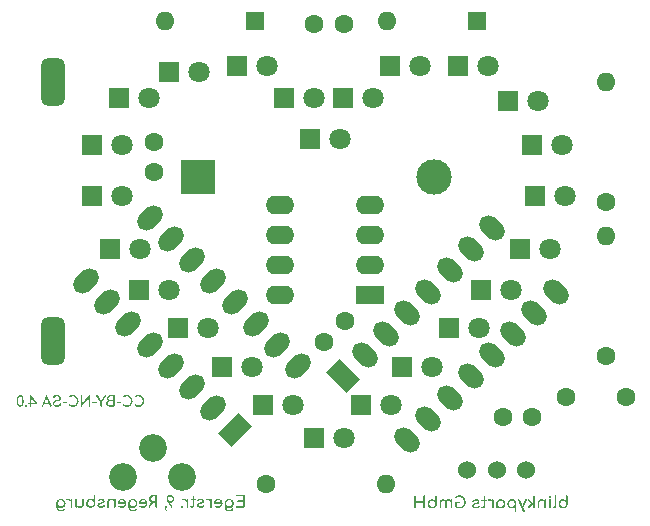
<source format=gbr>
%TF.GenerationSoftware,KiCad,Pcbnew,9.0.1*%
%TF.CreationDate,2025-04-07T15:46:51+02:00*%
%TF.ProjectId,Heart_NE555_THT,48656172-745f-44e4-9535-35355f544854,rev?*%
%TF.SameCoordinates,Original*%
%TF.FileFunction,Soldermask,Bot*%
%TF.FilePolarity,Negative*%
%FSLAX46Y46*%
G04 Gerber Fmt 4.6, Leading zero omitted, Abs format (unit mm)*
G04 Created by KiCad (PCBNEW 9.0.1) date 2025-04-07 15:46:51*
%MOMM*%
%LPD*%
G01*
G04 APERTURE LIST*
G04 Aperture macros list*
%AMRoundRect*
0 Rectangle with rounded corners*
0 $1 Rounding radius*
0 $2 $3 $4 $5 $6 $7 $8 $9 X,Y pos of 4 corners*
0 Add a 4 corners polygon primitive as box body*
4,1,4,$2,$3,$4,$5,$6,$7,$8,$9,$2,$3,0*
0 Add four circle primitives for the rounded corners*
1,1,$1+$1,$2,$3*
1,1,$1+$1,$4,$5*
1,1,$1+$1,$6,$7*
1,1,$1+$1,$8,$9*
0 Add four rect primitives between the rounded corners*
20,1,$1+$1,$2,$3,$4,$5,0*
20,1,$1+$1,$4,$5,$6,$7,0*
20,1,$1+$1,$6,$7,$8,$9,0*
20,1,$1+$1,$8,$9,$2,$3,0*%
%AMHorizOval*
0 Thick line with rounded ends*
0 $1 width*
0 $2 $3 position (X,Y) of the first rounded end (center of the circle)*
0 $4 $5 position (X,Y) of the second rounded end (center of the circle)*
0 Add line between two ends*
20,1,$1,$2,$3,$4,$5,0*
0 Add two circle primitives to create the rounded ends*
1,1,$1,$2,$3*
1,1,$1,$4,$5*%
%AMRotRect*
0 Rectangle, with rotation*
0 The origin of the aperture is its center*
0 $1 length*
0 $2 width*
0 $3 Rotation angle, in degrees counterclockwise*
0 Add horizontal line*
21,1,$1,$2,0,0,$3*%
G04 Aperture macros list end*
%ADD10C,0.200000*%
%ADD11C,0.180000*%
%ADD12R,2.400000X1.600000*%
%ADD13O,2.400000X1.600000*%
%ADD14R,1.800000X1.800000*%
%ADD15C,1.800000*%
%ADD16C,1.600000*%
%ADD17O,1.600000X1.600000*%
%ADD18RoundRect,0.500000X0.500000X-1.500000X0.500000X1.500000X-0.500000X1.500000X-0.500000X-1.500000X0*%
%ADD19RotRect,2.400000X1.600000X315.000000*%
%ADD20HorizOval,1.600000X0.282843X-0.282843X-0.282843X0.282843X0*%
%ADD21RotRect,2.400000X1.600000X45.000000*%
%ADD22HorizOval,1.600000X0.282843X0.282843X-0.282843X-0.282843X0*%
%ADD23C,2.340000*%
%ADD24R,1.600000X1.600000*%
%ADD25R,3.000000X3.000000*%
%ADD26C,3.000000*%
%ADD27C,1.524000*%
G04 APERTURE END LIST*
D10*
G36*
X145455957Y-105142999D02*
G01*
X145478576Y-105157586D01*
X145493602Y-105179896D01*
X145498848Y-105209426D01*
X145498848Y-105847816D01*
X145492311Y-105920172D01*
X145475001Y-105986065D01*
X145447130Y-106046630D01*
X145409308Y-106101487D01*
X145363784Y-106147677D01*
X145309926Y-106185909D01*
X145250227Y-106214058D01*
X145185274Y-106231156D01*
X145113860Y-106237017D01*
X145041552Y-106231132D01*
X144976191Y-106214009D01*
X144916512Y-106185909D01*
X144862571Y-106147698D01*
X144816795Y-106101507D01*
X144778576Y-106046630D01*
X144750430Y-105986017D01*
X144733329Y-105920144D01*
X144727468Y-105847816D01*
X144864672Y-105847816D01*
X144868440Y-105896421D01*
X144879454Y-105940976D01*
X144897583Y-105982211D01*
X144922350Y-106019803D01*
X144951877Y-106051114D01*
X144986488Y-106076733D01*
X145025073Y-106095594D01*
X145067251Y-106107054D01*
X145113860Y-106110988D01*
X145159588Y-106107091D01*
X145201589Y-106095665D01*
X145240622Y-106076733D01*
X145275606Y-106051048D01*
X145305115Y-106019732D01*
X145329527Y-105982211D01*
X145347240Y-105941016D01*
X145358016Y-105896456D01*
X145361706Y-105847816D01*
X145357970Y-105798253D01*
X145347152Y-105753735D01*
X145329527Y-105713421D01*
X145305199Y-105676790D01*
X145275700Y-105645915D01*
X145240622Y-105620304D01*
X145201586Y-105601336D01*
X145159585Y-105589891D01*
X145113860Y-105585988D01*
X145067254Y-105589928D01*
X145025077Y-105601408D01*
X144986488Y-105620304D01*
X144951784Y-105645849D01*
X144922267Y-105676720D01*
X144897583Y-105713421D01*
X144879543Y-105753776D01*
X144868487Y-105798290D01*
X144864672Y-105847816D01*
X144727468Y-105847816D01*
X144732890Y-105775249D01*
X144748638Y-105709586D01*
X144774363Y-105649674D01*
X144809752Y-105594987D01*
X144852290Y-105549073D01*
X144902468Y-105511127D01*
X144958497Y-105482907D01*
X145019240Y-105465850D01*
X145085895Y-105460020D01*
X145140113Y-105463929D01*
X145190508Y-105475405D01*
X145237753Y-105494336D01*
X145281833Y-105519988D01*
X145321149Y-105550919D01*
X145356088Y-105587392D01*
X145356088Y-105209426D01*
X145361182Y-105179839D01*
X145375689Y-105157586D01*
X145397934Y-105143077D01*
X145427468Y-105137985D01*
X145455957Y-105142999D01*
G37*
G36*
X144333077Y-106231400D02*
G01*
X144373079Y-106227573D01*
X144409212Y-106216387D01*
X144442315Y-106197816D01*
X144471363Y-106173031D01*
X144496038Y-106142733D01*
X144516503Y-106106225D01*
X144536134Y-106045205D01*
X144543065Y-105972380D01*
X144543065Y-105208022D01*
X144538069Y-105179243D01*
X144523770Y-105157342D01*
X144501863Y-105142995D01*
X144473089Y-105137985D01*
X144444315Y-105142995D01*
X144422409Y-105157342D01*
X144408062Y-105179248D01*
X144403053Y-105208022D01*
X144403053Y-105972380D01*
X144397753Y-106021221D01*
X144383330Y-106057804D01*
X144368083Y-106077281D01*
X144351582Y-106087909D01*
X144333077Y-106091387D01*
X144298089Y-106091387D01*
X144272017Y-106096356D01*
X144252294Y-106110744D01*
X144239593Y-106132473D01*
X144235075Y-106161424D01*
X144241605Y-106189603D01*
X144261514Y-106212104D01*
X144290791Y-106226252D01*
X144330268Y-106231400D01*
X144333077Y-106231400D01*
G37*
G36*
X144010554Y-106231400D02*
G01*
X144038947Y-106226240D01*
X144061662Y-106211127D01*
X144076775Y-106188412D01*
X144081934Y-106160020D01*
X144081934Y-105537017D01*
X144076688Y-105507486D01*
X144061662Y-105485177D01*
X144039001Y-105470585D01*
X144010554Y-105465576D01*
X143981020Y-105470668D01*
X143958775Y-105485177D01*
X143944269Y-105507430D01*
X143939174Y-105537017D01*
X143939174Y-106160020D01*
X143944184Y-106188466D01*
X143958775Y-106211127D01*
X143981076Y-106226156D01*
X144010554Y-106231400D01*
G37*
G36*
X144010554Y-105341012D02*
G01*
X144045637Y-105334226D01*
X144075645Y-105313718D01*
X144096153Y-105283710D01*
X144102939Y-105248627D01*
X144096150Y-105213492D01*
X144075645Y-105183476D01*
X144045637Y-105162968D01*
X144010554Y-105156181D01*
X143975419Y-105162971D01*
X143945403Y-105183476D01*
X143924898Y-105213492D01*
X143918108Y-105248627D01*
X143924895Y-105283710D01*
X143945403Y-105313718D01*
X143975419Y-105334223D01*
X144010554Y-105341012D01*
G37*
G36*
X143027111Y-106232804D02*
G01*
X143055503Y-106227645D01*
X143078218Y-106212532D01*
X143093331Y-106189817D01*
X143098491Y-106161424D01*
X143098491Y-105816980D01*
X143102142Y-105764411D01*
X143112249Y-105721607D01*
X143127922Y-105686799D01*
X143150041Y-105655770D01*
X143176272Y-105631021D01*
X143206995Y-105611939D01*
X143259312Y-105593760D01*
X143321118Y-105587392D01*
X143377776Y-105593492D01*
X143427547Y-105611206D01*
X143470631Y-105639390D01*
X143503140Y-105674953D01*
X143524007Y-105717452D01*
X143531106Y-105766605D01*
X143619277Y-105766605D01*
X143614380Y-105709008D01*
X143600105Y-105656865D01*
X143576596Y-105609130D01*
X143544778Y-105566270D01*
X143506054Y-105529771D01*
X143459726Y-105499221D01*
X143408860Y-105476882D01*
X143353627Y-105463279D01*
X143293091Y-105458615D01*
X143229753Y-105463387D01*
X143172471Y-105477247D01*
X143120228Y-105499892D01*
X143073155Y-105531503D01*
X143033197Y-105571556D01*
X142999816Y-105620976D01*
X142976056Y-105675862D01*
X142961011Y-105740545D01*
X142955670Y-105816980D01*
X142955670Y-106161424D01*
X142960842Y-106189812D01*
X142976003Y-106212532D01*
X142998676Y-106227640D01*
X143027111Y-106232804D01*
G37*
G36*
X143602486Y-106232804D02*
G01*
X143630921Y-106227640D01*
X143653593Y-106212532D01*
X143668706Y-106189817D01*
X143673866Y-106161424D01*
X143673866Y-105537017D01*
X143668619Y-105507486D01*
X143653593Y-105485177D01*
X143630974Y-105470590D01*
X143602486Y-105465576D01*
X143572951Y-105470668D01*
X143550706Y-105485177D01*
X143536200Y-105507430D01*
X143531106Y-105537017D01*
X143531106Y-106161424D01*
X143536115Y-106189870D01*
X143550706Y-106212532D01*
X143573008Y-106227560D01*
X143602486Y-106232804D01*
G37*
G36*
X142584970Y-105951375D02*
G01*
X142671798Y-105856181D01*
X142241992Y-105472598D01*
X142219453Y-105458128D01*
X142195097Y-105454402D01*
X142171329Y-105460606D01*
X142151011Y-105476811D01*
X142136511Y-105499257D01*
X142132815Y-105523034D01*
X142138919Y-105546427D01*
X142155164Y-105567792D01*
X142584970Y-105951375D01*
G37*
G36*
X142650793Y-106231400D02*
G01*
X142679060Y-106226508D01*
X142700497Y-106212532D01*
X142714474Y-106191095D01*
X142719365Y-106162828D01*
X142719365Y-105206618D01*
X142714469Y-105178309D01*
X142700497Y-105156914D01*
X142679055Y-105142890D01*
X142650793Y-105137985D01*
X142622542Y-105142892D01*
X142601151Y-105156914D01*
X142587132Y-105178314D01*
X142582222Y-105206618D01*
X142582222Y-106162828D01*
X142587127Y-106191090D01*
X142601151Y-106212532D01*
X142622537Y-106226506D01*
X142650793Y-106231400D01*
G37*
G36*
X142151011Y-106224378D02*
G01*
X142174811Y-106237560D01*
X142200715Y-106240498D01*
X142225578Y-106233422D01*
X142246205Y-106216012D01*
X142530382Y-105864608D01*
X142432379Y-105772223D01*
X142141181Y-106130588D01*
X142127960Y-106154196D01*
X142125122Y-106178887D01*
X142132345Y-106202694D01*
X142151011Y-106224378D01*
G37*
G36*
X141785991Y-106567417D02*
G01*
X141819574Y-106558990D01*
X141845763Y-106542068D01*
X141858826Y-106522829D01*
X141861677Y-106500002D01*
X141853157Y-106470819D01*
X141426160Y-105506181D01*
X141409373Y-105481242D01*
X141390112Y-105468388D01*
X141367166Y-105465160D01*
X141337988Y-105472598D01*
X141311161Y-105488994D01*
X141297684Y-105508039D01*
X141294537Y-105530994D01*
X141302939Y-105560770D01*
X141731341Y-106524002D01*
X141745741Y-106549150D01*
X141763606Y-106562830D01*
X141785991Y-106567417D01*
G37*
G36*
X141620760Y-106200625D02*
G01*
X141646985Y-106206749D01*
X141670464Y-106202701D01*
X141690822Y-106189663D01*
X141707589Y-106166980D01*
X142028157Y-105558022D01*
X142036045Y-105531524D01*
X142031638Y-105506914D01*
X142017309Y-105485924D01*
X141994574Y-105471194D01*
X141968257Y-105465072D01*
X141944199Y-105469118D01*
X141923517Y-105482253D01*
X141907746Y-105504777D01*
X141601160Y-106113797D01*
X141591415Y-106140520D01*
X141590657Y-106164904D01*
X141599604Y-106185694D01*
X141620760Y-106200625D01*
G37*
G36*
X140855183Y-105465845D02*
G01*
X140919802Y-105482869D01*
X140979440Y-105510944D01*
X141033287Y-105549077D01*
X141078897Y-105595299D01*
X141116887Y-105650346D01*
X141144947Y-105711081D01*
X141162349Y-105776998D01*
X141168911Y-105849221D01*
X141168911Y-106487610D01*
X141163750Y-106515993D01*
X141148639Y-106538657D01*
X141125961Y-106553813D01*
X141097531Y-106558990D01*
X141068248Y-106553747D01*
X141045874Y-106538657D01*
X141031190Y-106516037D01*
X141026151Y-106487610D01*
X141026151Y-106109583D01*
X140991214Y-106146061D01*
X140951898Y-106177013D01*
X140907815Y-106202701D01*
X140860571Y-106221632D01*
X140810176Y-106233108D01*
X140755957Y-106237017D01*
X140689294Y-106231208D01*
X140628635Y-106214226D01*
X140572775Y-106186154D01*
X140522722Y-106148321D01*
X140480177Y-106102396D01*
X140444670Y-106047546D01*
X140418785Y-105987469D01*
X140402968Y-105921859D01*
X140397531Y-105849587D01*
X140397580Y-105848976D01*
X140534734Y-105848976D01*
X140538509Y-105897494D01*
X140549528Y-105941840D01*
X140567646Y-105982760D01*
X140592381Y-106020004D01*
X140621903Y-106051143D01*
X140656551Y-106076733D01*
X140695138Y-106095589D01*
X140737354Y-106107052D01*
X140784045Y-106110988D01*
X140829910Y-106107120D01*
X140871972Y-106095789D01*
X140910991Y-106077038D01*
X140945979Y-106051548D01*
X140975421Y-106020473D01*
X140999712Y-105983249D01*
X141017340Y-105942293D01*
X141028084Y-105897821D01*
X141031769Y-105849098D01*
X141028047Y-105799570D01*
X141017254Y-105754942D01*
X140999651Y-105714398D01*
X140975377Y-105677528D01*
X140945879Y-105646432D01*
X140910746Y-105620609D01*
X140871656Y-105601456D01*
X140829715Y-105589917D01*
X140784167Y-105585988D01*
X140737800Y-105589916D01*
X140695634Y-105601385D01*
X140656856Y-105620304D01*
X140622010Y-105645906D01*
X140592391Y-105677010D01*
X140567646Y-105714154D01*
X140549577Y-105754935D01*
X140538534Y-105799606D01*
X140534734Y-105848976D01*
X140397580Y-105848976D01*
X140403416Y-105776572D01*
X140420540Y-105710494D01*
X140448639Y-105650102D01*
X140486846Y-105595382D01*
X140532619Y-105549289D01*
X140586575Y-105511127D01*
X140646260Y-105483044D01*
X140711777Y-105465913D01*
X140784412Y-105460020D01*
X140855183Y-105465845D01*
G37*
G36*
X139909534Y-105465876D02*
G01*
X139974776Y-105482972D01*
X140034830Y-105511127D01*
X140089093Y-105549319D01*
X140135021Y-105595415D01*
X140173255Y-105650102D01*
X140201319Y-105710491D01*
X140218424Y-105776569D01*
X140224302Y-105849587D01*
X140218871Y-105921862D01*
X140203074Y-105987473D01*
X140177224Y-106047546D01*
X140141684Y-106102402D01*
X140099138Y-106148327D01*
X140049119Y-106186154D01*
X139993259Y-106214226D01*
X139932600Y-106231208D01*
X139865936Y-106237017D01*
X139799045Y-106231172D01*
X139738334Y-106214103D01*
X139682571Y-106185909D01*
X139632624Y-106147905D01*
X139595743Y-106107931D01*
X139595743Y-106161424D01*
X139590584Y-106189817D01*
X139575471Y-106212532D01*
X139552722Y-106227634D01*
X139524119Y-106232804D01*
X139495557Y-106227626D01*
X139473011Y-106212532D01*
X139458040Y-106189831D01*
X139452922Y-106161424D01*
X139452922Y-105849221D01*
X139452942Y-105848976D01*
X139590125Y-105848976D01*
X139593827Y-105897526D01*
X139604629Y-105941876D01*
X139622365Y-105982760D01*
X139646670Y-106019978D01*
X139675941Y-106051116D01*
X139710537Y-106076733D01*
X139749123Y-106095594D01*
X139791300Y-106107054D01*
X139837910Y-106110988D01*
X139883717Y-106107088D01*
X139925736Y-106095659D01*
X139964733Y-106076733D01*
X139999774Y-106051114D01*
X140029489Y-106020028D01*
X140054248Y-105982943D01*
X140072347Y-105942135D01*
X140083375Y-105897715D01*
X140087159Y-105848915D01*
X140083351Y-105799302D01*
X140072299Y-105754578D01*
X140054248Y-105713910D01*
X140029497Y-105676945D01*
X139999763Y-105645916D01*
X139964672Y-105620304D01*
X139925634Y-105601339D01*
X139883614Y-105589892D01*
X139837849Y-105585988D01*
X139791243Y-105589929D01*
X139749087Y-105601410D01*
X139710537Y-105620304D01*
X139675933Y-105645914D01*
X139646662Y-105677014D01*
X139622365Y-105714154D01*
X139604677Y-105754898D01*
X139593852Y-105799573D01*
X139590125Y-105848976D01*
X139452942Y-105848976D01*
X139458784Y-105776853D01*
X139475888Y-105710982D01*
X139504030Y-105650407D01*
X139542245Y-105595482D01*
X139587962Y-105549295D01*
X139641783Y-105511127D01*
X139701369Y-105482993D01*
X139766336Y-105465888D01*
X139837910Y-105460020D01*
X139909534Y-105465876D01*
G37*
G36*
X139171798Y-105752622D02*
G01*
X139167078Y-105697800D01*
X139153289Y-105647955D01*
X139130521Y-105602108D01*
X139099837Y-105560874D01*
X139062927Y-105525779D01*
X139019208Y-105496412D01*
X138971220Y-105474721D01*
X138920152Y-105461652D01*
X138865212Y-105457211D01*
X138809467Y-105460862D01*
X138768874Y-105470463D01*
X138739916Y-105484505D01*
X138717066Y-105505138D01*
X138707400Y-105526258D01*
X138708409Y-105549596D01*
X138714788Y-105567369D01*
X138724529Y-105579699D01*
X138737289Y-105588284D01*
X138751823Y-105593010D01*
X138785406Y-105591605D01*
X138845306Y-105583027D01*
X138898649Y-105582376D01*
X138946423Y-105588797D01*
X138992280Y-105602655D01*
X139029372Y-105621878D01*
X139059141Y-105646194D01*
X139081894Y-105676369D01*
X139095637Y-105711370D01*
X139100418Y-105752622D01*
X139171798Y-105752622D01*
G37*
G36*
X139170394Y-106231400D02*
G01*
X139201097Y-106226700D01*
X139222173Y-106213936D01*
X139235419Y-106193171D01*
X139240369Y-106161424D01*
X139240369Y-105535613D01*
X139235497Y-105504976D01*
X139222173Y-105483833D01*
X139201025Y-105470463D01*
X139170394Y-105465576D01*
X139138592Y-105470369D01*
X139117943Y-105483100D01*
X139105209Y-105503801D01*
X139100418Y-105535613D01*
X139100418Y-106161424D01*
X139105133Y-106192122D01*
X139117943Y-106213203D01*
X139138658Y-106226447D01*
X139170394Y-106231400D01*
G37*
G36*
X138281838Y-106231400D02*
G01*
X138327441Y-106227345D01*
X138369159Y-106215459D01*
X138407807Y-106195740D01*
X138442333Y-106169200D01*
X138471639Y-106136958D01*
X138496039Y-106098409D01*
X138513705Y-106056280D01*
X138524506Y-106010331D01*
X138528218Y-105959801D01*
X138528218Y-105291980D01*
X138523185Y-105263659D01*
X138508618Y-105241605D01*
X138486564Y-105227038D01*
X138458243Y-105222005D01*
X138429869Y-105227041D01*
X138407807Y-105241605D01*
X138393240Y-105263659D01*
X138388206Y-105291980D01*
X138388206Y-105959801D01*
X138384594Y-105996033D01*
X138374265Y-106026930D01*
X138357432Y-106053591D01*
X138334793Y-106074966D01*
X138309925Y-106087252D01*
X138281838Y-106091387D01*
X138234211Y-106091387D01*
X138211085Y-106096231D01*
X138191530Y-106110988D01*
X138178568Y-106132881D01*
X138174005Y-106161424D01*
X138179813Y-106189453D01*
X138197147Y-106211799D01*
X138222856Y-106226265D01*
X138256620Y-106231400D01*
X138281838Y-106231400D01*
G37*
G36*
X138592637Y-105614015D02*
G01*
X138619737Y-105609630D01*
X138640204Y-105597223D01*
X138653834Y-105578333D01*
X138658400Y-105555213D01*
X138653702Y-105529633D01*
X138640204Y-105510395D01*
X138619737Y-105497988D01*
X138592637Y-105493603D01*
X138269199Y-105493603D01*
X138242099Y-105497988D01*
X138221633Y-105510395D01*
X138208134Y-105529633D01*
X138203436Y-105555213D01*
X138208002Y-105578333D01*
X138221633Y-105597223D01*
X138242099Y-105609630D01*
X138269199Y-105614015D01*
X138592637Y-105614015D01*
G37*
G36*
X137721057Y-106237017D02*
G01*
X137785852Y-106233553D01*
X137846094Y-106223431D01*
X137902346Y-106206914D01*
X137956307Y-106183765D01*
X137998882Y-106158234D01*
X138031856Y-106130588D01*
X138046809Y-106106403D01*
X138049380Y-106079480D01*
X138040834Y-106053516D01*
X138022025Y-106032586D01*
X137993267Y-106016344D01*
X137966765Y-106013718D01*
X137941523Y-106021513D01*
X137919871Y-106038203D01*
X137891254Y-106062374D01*
X137843545Y-106087907D01*
X137788899Y-106105053D01*
X137726674Y-106110988D01*
X137672847Y-106107496D01*
X137632528Y-106098201D01*
X137602782Y-106084426D01*
X137578081Y-106064080D01*
X137563932Y-106041519D01*
X137558635Y-106015794D01*
X137562216Y-105989741D01*
X137574946Y-105965827D01*
X137598569Y-105943010D01*
X137628106Y-105926121D01*
X137676030Y-105909042D01*
X137749023Y-105892574D01*
X137842040Y-105868381D01*
X137908434Y-105839969D01*
X137954187Y-105808615D01*
X137989972Y-105767870D01*
X138010807Y-105722715D01*
X138017873Y-105671412D01*
X138012954Y-105625395D01*
X137998891Y-105586459D01*
X137975863Y-105553076D01*
X137945698Y-105524834D01*
X137910027Y-105501529D01*
X137868091Y-105483100D01*
X137801061Y-105465823D01*
X137730827Y-105460020D01*
X137669782Y-105463499D01*
X137615493Y-105473476D01*
X137567062Y-105489451D01*
X137521611Y-105512182D01*
X137484150Y-105539228D01*
X137453672Y-105570600D01*
X137439097Y-105594120D01*
X137435476Y-105617495D01*
X137441879Y-105639695D01*
X137459229Y-105658772D01*
X137483258Y-105668862D01*
X137512473Y-105668603D01*
X137541080Y-105659356D01*
X137564253Y-105643385D01*
X137601263Y-105614677D01*
X137639846Y-105597223D01*
X137682248Y-105587928D01*
X137733635Y-105584583D01*
X137792242Y-105590186D01*
X137837988Y-105605588D01*
X137862484Y-105622539D01*
X137876089Y-105642697D01*
X137880670Y-105667199D01*
X137877311Y-105691300D01*
X137867358Y-105712750D01*
X137849497Y-105730621D01*
X137814846Y-105749142D01*
X137770836Y-105763843D01*
X137700052Y-105780588D01*
X137601254Y-105805967D01*
X137534150Y-105833833D01*
X137495510Y-105857808D01*
X137466912Y-105882751D01*
X137446650Y-105908694D01*
X137426864Y-105954053D01*
X137420028Y-106007429D01*
X137423908Y-106049298D01*
X137435319Y-106087774D01*
X137454344Y-106123627D01*
X137480053Y-106155076D01*
X137513269Y-106182587D01*
X137555155Y-106206242D01*
X137600530Y-106222636D01*
X137655239Y-106233215D01*
X137721057Y-106237017D01*
G37*
G36*
X136326186Y-106245382D02*
G01*
X136400917Y-106240543D01*
X136471385Y-106226276D01*
X136538311Y-106202701D01*
X136601526Y-106170379D01*
X136658750Y-106130823D01*
X136710502Y-106083755D01*
X136755725Y-106030283D01*
X136793955Y-105970961D01*
X136825357Y-105905213D01*
X136848085Y-105836002D01*
X136861921Y-105762504D01*
X136866634Y-105683990D01*
X136861929Y-105606418D01*
X136848102Y-105533627D01*
X136825357Y-105464904D01*
X136793991Y-105399629D01*
X136755766Y-105340543D01*
X136710502Y-105287096D01*
X136658795Y-105239895D01*
X136601785Y-105200096D01*
X136538983Y-105167417D01*
X136472443Y-105143483D01*
X136401775Y-105128950D01*
X136326186Y-105124002D01*
X136254616Y-105127417D01*
X136193259Y-105137023D01*
X136140745Y-105152029D01*
X136090601Y-105173827D01*
X136038682Y-105204269D01*
X135984612Y-105244414D01*
X135967149Y-105261878D01*
X135958723Y-105280074D01*
X135956585Y-105301811D01*
X135961330Y-105326325D01*
X135975514Y-105346630D01*
X135996375Y-105360573D01*
X136021737Y-105366230D01*
X136047754Y-105362476D01*
X136072784Y-105347973D01*
X136126349Y-105307907D01*
X136179946Y-105279402D01*
X136217591Y-105266938D01*
X136265596Y-105258643D01*
X136326186Y-105255588D01*
X136380516Y-105259375D01*
X136432152Y-105270587D01*
X136481647Y-105289233D01*
X136550010Y-105329081D01*
X136609752Y-105381618D01*
X136658720Y-105444856D01*
X136695847Y-105518149D01*
X136712842Y-105570693D01*
X136723134Y-105625812D01*
X136726622Y-105683990D01*
X136723116Y-105743144D01*
X136712807Y-105798761D01*
X136695847Y-105851358D01*
X136658723Y-105924599D01*
X136609752Y-105987828D01*
X136549987Y-106040168D01*
X136481647Y-106079480D01*
X136432187Y-106097710D01*
X136380545Y-106108684D01*
X136326186Y-106112392D01*
X136256360Y-106106204D01*
X136191120Y-106087907D01*
X136129166Y-106058972D01*
X136068632Y-106020007D01*
X136042841Y-106006655D01*
X136018928Y-106003948D01*
X135996282Y-106009905D01*
X135977590Y-106023549D01*
X135965263Y-106043591D01*
X135960799Y-106071787D01*
X135965745Y-106099081D01*
X135983208Y-106123627D01*
X136034535Y-106161468D01*
X136088105Y-106191894D01*
X136144225Y-106215279D01*
X136232705Y-106237791D01*
X136326186Y-106245382D01*
G37*
G36*
X135960799Y-106071787D02*
G01*
X136100811Y-106043821D01*
X136100811Y-105793228D01*
X136294007Y-105793228D01*
X136322676Y-105788560D01*
X136345786Y-105775032D01*
X136361533Y-105754362D01*
X136366791Y-105728809D01*
X136361528Y-105703214D01*
X136345786Y-105682586D01*
X136322676Y-105669058D01*
X136294007Y-105664390D01*
X136032240Y-105664390D01*
X136002714Y-105669650D01*
X135980399Y-105684723D01*
X135965867Y-105707525D01*
X135960799Y-105737174D01*
X135960799Y-106071787D01*
G37*
G36*
X134737630Y-106232804D02*
G01*
X134766076Y-106227642D01*
X134788799Y-106212532D01*
X134803912Y-106189817D01*
X134809071Y-106161424D01*
X134809071Y-105760988D01*
X134814610Y-105703804D01*
X134829528Y-105661375D01*
X134852486Y-105630135D01*
X134883710Y-105606738D01*
X134920917Y-105592427D01*
X134965814Y-105587392D01*
X135012180Y-105593177D01*
X135051533Y-105609884D01*
X135085554Y-105637828D01*
X135111250Y-105673848D01*
X135126947Y-105716186D01*
X135132449Y-105766605D01*
X135248648Y-105766605D01*
X135244075Y-105706991D01*
X135230881Y-105653930D01*
X135209447Y-105606321D01*
X135179805Y-105563455D01*
X135143386Y-105527467D01*
X135099537Y-105497816D01*
X135051032Y-105476338D01*
X134997476Y-105463163D01*
X134937849Y-105458615D01*
X134885579Y-105462677D01*
X134838750Y-105474435D01*
X134796432Y-105493603D01*
X134758699Y-105520322D01*
X134726874Y-105554316D01*
X134700567Y-105596490D01*
X134682093Y-105642969D01*
X134670395Y-105697312D01*
X134666250Y-105760988D01*
X134666250Y-106161424D01*
X134671260Y-106189870D01*
X134685851Y-106212532D01*
X134708152Y-106227560D01*
X134737630Y-106232804D01*
G37*
G36*
X135671432Y-106232804D02*
G01*
X135699867Y-106227640D01*
X135722540Y-106212532D01*
X135737653Y-106189817D01*
X135742812Y-106161424D01*
X135742812Y-105538421D01*
X135737566Y-105508891D01*
X135722540Y-105486581D01*
X135699921Y-105471994D01*
X135671432Y-105466980D01*
X135641898Y-105472072D01*
X135619652Y-105486581D01*
X135605146Y-105508834D01*
X135600052Y-105538421D01*
X135600052Y-106161424D01*
X135605061Y-106189870D01*
X135619652Y-106212532D01*
X135641954Y-106227560D01*
X135671432Y-106232804D01*
G37*
G36*
X135203829Y-106232804D02*
G01*
X135232275Y-106227642D01*
X135254998Y-106212532D01*
X135270111Y-106189817D01*
X135275270Y-106161424D01*
X135275270Y-105760988D01*
X135280809Y-105703804D01*
X135295726Y-105661375D01*
X135318684Y-105630135D01*
X135349909Y-105606738D01*
X135387115Y-105592427D01*
X135432013Y-105587392D01*
X135478403Y-105593161D01*
X135518016Y-105609858D01*
X135552486Y-105637828D01*
X135578576Y-105673897D01*
X135594483Y-105716232D01*
X135600052Y-105766605D01*
X135688224Y-105766605D01*
X135683958Y-105706847D01*
X135671679Y-105653770D01*
X135651831Y-105606321D01*
X135624191Y-105563112D01*
X135590747Y-105527176D01*
X135551081Y-105497816D01*
X135506694Y-105476254D01*
X135458011Y-105463127D01*
X135404047Y-105458615D01*
X135351777Y-105462677D01*
X135304948Y-105474435D01*
X135262630Y-105493603D01*
X135224898Y-105520322D01*
X135193073Y-105554316D01*
X135166765Y-105596490D01*
X135148291Y-105642969D01*
X135136594Y-105697312D01*
X135132449Y-105760988D01*
X135132449Y-106161424D01*
X135137458Y-106189870D01*
X135152050Y-106212532D01*
X135174351Y-106227560D01*
X135203829Y-106232804D01*
G37*
G36*
X134386871Y-105142999D02*
G01*
X134409490Y-105157586D01*
X134424516Y-105179896D01*
X134429762Y-105209426D01*
X134429762Y-105847816D01*
X134423225Y-105920172D01*
X134405915Y-105986065D01*
X134378044Y-106046630D01*
X134340223Y-106101487D01*
X134294699Y-106147677D01*
X134240841Y-106185909D01*
X134181141Y-106214058D01*
X134116188Y-106231156D01*
X134044775Y-106237017D01*
X133972466Y-106231132D01*
X133907105Y-106214009D01*
X133847426Y-106185909D01*
X133793485Y-106147698D01*
X133747710Y-106101507D01*
X133709490Y-106046630D01*
X133681344Y-105986017D01*
X133664243Y-105920144D01*
X133658382Y-105847816D01*
X133795586Y-105847816D01*
X133799354Y-105896421D01*
X133810368Y-105940976D01*
X133828498Y-105982211D01*
X133853264Y-106019803D01*
X133882791Y-106051114D01*
X133917402Y-106076733D01*
X133955988Y-106095594D01*
X133998165Y-106107054D01*
X134044775Y-106110988D01*
X134090502Y-106107091D01*
X134132503Y-106095665D01*
X134171537Y-106076733D01*
X134206521Y-106051048D01*
X134236029Y-106019732D01*
X134260441Y-105982211D01*
X134278154Y-105941016D01*
X134288930Y-105896456D01*
X134292620Y-105847816D01*
X134288884Y-105798253D01*
X134278066Y-105753735D01*
X134260441Y-105713421D01*
X134236113Y-105676790D01*
X134206614Y-105645915D01*
X134171537Y-105620304D01*
X134132500Y-105601336D01*
X134090499Y-105589891D01*
X134044775Y-105585988D01*
X133998168Y-105589928D01*
X133955991Y-105601408D01*
X133917402Y-105620304D01*
X133882698Y-105645849D01*
X133853181Y-105676720D01*
X133828498Y-105713421D01*
X133810457Y-105753776D01*
X133799401Y-105798290D01*
X133795586Y-105847816D01*
X133658382Y-105847816D01*
X133663804Y-105775249D01*
X133679552Y-105709586D01*
X133705277Y-105649674D01*
X133740666Y-105594987D01*
X133783204Y-105549073D01*
X133833382Y-105511127D01*
X133889411Y-105482907D01*
X133950154Y-105465850D01*
X134016809Y-105460020D01*
X134071027Y-105463929D01*
X134121422Y-105475405D01*
X134168667Y-105494336D01*
X134212747Y-105519988D01*
X134252063Y-105550919D01*
X134287002Y-105587392D01*
X134287002Y-105209426D01*
X134292097Y-105179839D01*
X134306603Y-105157586D01*
X134328848Y-105143077D01*
X134358382Y-105137985D01*
X134386871Y-105142999D01*
G37*
G36*
X133359185Y-106231400D02*
G01*
X133387635Y-106226100D01*
X133410964Y-106210395D01*
X133426670Y-106187065D01*
X133431969Y-106158615D01*
X133431969Y-105210770D01*
X133426584Y-105181236D01*
X133410964Y-105158319D01*
X133387688Y-105143136D01*
X133359185Y-105137985D01*
X133329596Y-105143220D01*
X133306734Y-105158319D01*
X133291635Y-105181181D01*
X133286401Y-105210770D01*
X133286401Y-105612610D01*
X132636776Y-105612610D01*
X132636776Y-105210770D01*
X132631391Y-105181236D01*
X132615771Y-105158319D01*
X132592494Y-105143136D01*
X132563991Y-105137985D01*
X132534476Y-105143247D01*
X132512212Y-105158319D01*
X132497680Y-105181121D01*
X132492611Y-105210770D01*
X132492611Y-106158615D01*
X132497598Y-106187175D01*
X132512212Y-106210395D01*
X132534533Y-106225987D01*
X132563991Y-106231400D01*
X132592441Y-106226100D01*
X132615771Y-106210395D01*
X132631476Y-106187065D01*
X132636776Y-106158615D01*
X132636776Y-105741387D01*
X133286401Y-105741387D01*
X133286401Y-106158615D01*
X133291551Y-106187118D01*
X133306734Y-106210395D01*
X133329651Y-106226015D01*
X133359185Y-106231400D01*
G37*
G36*
X118079798Y-106180600D02*
G01*
X118108248Y-106175300D01*
X118131577Y-106159595D01*
X118147283Y-106136265D01*
X118152582Y-106107815D01*
X118152582Y-105159970D01*
X118147197Y-105130436D01*
X118131577Y-105107519D01*
X118108301Y-105092336D01*
X118079798Y-105087185D01*
X117446965Y-105087185D01*
X117417374Y-105092124D01*
X117395185Y-105106114D01*
X117380646Y-105127570D01*
X117375585Y-105155818D01*
X117380605Y-105182684D01*
X117395185Y-105203384D01*
X117417313Y-105216811D01*
X117446965Y-105221580D01*
X118007014Y-105221580D01*
X118007014Y-105561810D01*
X117605173Y-105561810D01*
X117575582Y-105566749D01*
X117553394Y-105580739D01*
X117538791Y-105601993D01*
X117533793Y-105628977D01*
X117538792Y-105656024D01*
X117553394Y-105677337D01*
X117575577Y-105691281D01*
X117605173Y-105696205D01*
X118007014Y-105696205D01*
X118007014Y-106046205D01*
X117446965Y-106046205D01*
X117417313Y-106050974D01*
X117395185Y-106064401D01*
X117380608Y-106085109D01*
X117375585Y-106112028D01*
X117380641Y-106140234D01*
X117395185Y-106161732D01*
X117417369Y-106175675D01*
X117446965Y-106180600D01*
X118079798Y-106180600D01*
G37*
G36*
X116913731Y-105415002D02*
G01*
X116980016Y-105431715D01*
X117039690Y-105458923D01*
X117093531Y-105496326D01*
X117138815Y-105541816D01*
X117176222Y-105596126D01*
X117203370Y-105656242D01*
X117220076Y-105723211D01*
X117225864Y-105798421D01*
X117220478Y-105872865D01*
X117204927Y-105939407D01*
X117179702Y-105999310D01*
X117144697Y-106053942D01*
X117102623Y-106099380D01*
X117053001Y-106136514D01*
X116997443Y-106163808D01*
X116936047Y-106180472D01*
X116867499Y-106186217D01*
X116804626Y-106180514D01*
X116748124Y-106163908D01*
X116696712Y-106136514D01*
X116651213Y-106099660D01*
X116612335Y-106054275D01*
X116591687Y-106019413D01*
X116591687Y-106091023D01*
X116595758Y-106150923D01*
X116607227Y-106201741D01*
X116625332Y-106244957D01*
X116650787Y-106284171D01*
X116680791Y-106315614D01*
X116715641Y-106340151D01*
X116754485Y-106358027D01*
X116795551Y-106368756D01*
X116839472Y-106372391D01*
X116909593Y-106365501D01*
X116969714Y-106345769D01*
X117022440Y-106313762D01*
X117064908Y-106271580D01*
X117084339Y-106253360D01*
X117108994Y-106243553D01*
X117135483Y-106243523D01*
X117161506Y-106254788D01*
X117179633Y-106272782D01*
X117188800Y-106295394D01*
X117188047Y-106319764D01*
X117175489Y-106344425D01*
X117132196Y-106390965D01*
X117083388Y-106429056D01*
X117028516Y-106459220D01*
X116969553Y-106480906D01*
X116907694Y-106493990D01*
X116842280Y-106498421D01*
X116767260Y-106492246D01*
X116700312Y-106474372D01*
X116639986Y-106445176D01*
X116585836Y-106405508D01*
X116540570Y-106357922D01*
X116503516Y-106301683D01*
X116476490Y-106239858D01*
X116460089Y-106173249D01*
X116454484Y-106100793D01*
X116454484Y-105798421D01*
X116591687Y-105798421D01*
X116595373Y-105848960D01*
X116605994Y-105893928D01*
X116623195Y-105934220D01*
X116647083Y-105970825D01*
X116676116Y-106001439D01*
X116710695Y-106026604D01*
X116749260Y-106045032D01*
X116791890Y-106056300D01*
X116839472Y-106060188D01*
X116887094Y-106056299D01*
X116929743Y-106045030D01*
X116968310Y-106026604D01*
X117002939Y-106001465D01*
X117032225Y-105970851D01*
X117056543Y-105934220D01*
X117074123Y-105893890D01*
X117084963Y-105848926D01*
X117088722Y-105798421D01*
X117084974Y-105747910D01*
X117074144Y-105702709D01*
X117056543Y-105661950D01*
X117032181Y-105624854D01*
X117002891Y-105594009D01*
X116968310Y-105568832D01*
X116929740Y-105550372D01*
X116887091Y-105539083D01*
X116839472Y-105535188D01*
X116791893Y-105539082D01*
X116749264Y-105550369D01*
X116710695Y-105568832D01*
X116676165Y-105594036D01*
X116647126Y-105624879D01*
X116623195Y-105661950D01*
X116605973Y-105702672D01*
X116595362Y-105747877D01*
X116591687Y-105798421D01*
X116454484Y-105798421D01*
X116460278Y-105723214D01*
X116477004Y-105656246D01*
X116504187Y-105596126D01*
X116541594Y-105541816D01*
X116586878Y-105496326D01*
X116640719Y-105458923D01*
X116700336Y-105431670D01*
X116766154Y-105414979D01*
X116839472Y-105409220D01*
X116913731Y-105415002D01*
G37*
G36*
X115882162Y-106186217D02*
G01*
X115958336Y-106180447D01*
X116026738Y-106163739D01*
X116088669Y-106136514D01*
X116144799Y-106098952D01*
X116191666Y-106053434D01*
X116230086Y-105999310D01*
X116258078Y-105939131D01*
X116275218Y-105872617D01*
X116281133Y-105798421D01*
X116275491Y-105723141D01*
X116259221Y-105656166D01*
X116232834Y-105596126D01*
X116196332Y-105541765D01*
X116151996Y-105496287D01*
X116099172Y-105458923D01*
X116040430Y-105431666D01*
X115975531Y-105414978D01*
X115903167Y-105409220D01*
X115831738Y-105414928D01*
X115769761Y-105431240D01*
X115715588Y-105457519D01*
X115667484Y-105493726D01*
X115627791Y-105537769D01*
X115595909Y-105590509D01*
X115573399Y-105648315D01*
X115559430Y-105713002D01*
X115554571Y-105785781D01*
X115559182Y-105810279D01*
X115572767Y-105829928D01*
X115593107Y-105842906D01*
X115618990Y-105847391D01*
X116183130Y-105847391D01*
X116183130Y-105735406D01*
X115623142Y-105735406D01*
X115680539Y-105774607D01*
X115688480Y-105707235D01*
X115708566Y-105649310D01*
X115729032Y-105614674D01*
X115754135Y-105585701D01*
X115784159Y-105561810D01*
X115818152Y-105544284D01*
X115857430Y-105533393D01*
X115903167Y-105529570D01*
X115955391Y-105533726D01*
X116000487Y-105545575D01*
X116039698Y-105564619D01*
X116074457Y-105590835D01*
X116103004Y-105622609D01*
X116125794Y-105660545D01*
X116141853Y-105702055D01*
X116151747Y-105747765D01*
X116155164Y-105798421D01*
X116151127Y-105848797D01*
X116139395Y-105894238D01*
X116120176Y-105935624D01*
X116093909Y-105972914D01*
X116061889Y-106004503D01*
X116023578Y-106030818D01*
X115981260Y-106049986D01*
X115934432Y-106061744D01*
X115882162Y-106065805D01*
X115838804Y-106061894D01*
X115793257Y-106049746D01*
X115750587Y-106031619D01*
X115719740Y-106012621D01*
X115697688Y-106000805D01*
X115674250Y-105996501D01*
X115651266Y-105999838D01*
X115631569Y-106011217D01*
X115612985Y-106033969D01*
X115606351Y-106057440D01*
X115610991Y-106080346D01*
X115628760Y-106100793D01*
X115680623Y-106134291D01*
X115747096Y-106162403D01*
X115817415Y-106180479D01*
X115882162Y-106186217D01*
G37*
G36*
X115304833Y-105701822D02*
G01*
X115300112Y-105647000D01*
X115286324Y-105597155D01*
X115263556Y-105551308D01*
X115232871Y-105510074D01*
X115195961Y-105474979D01*
X115152242Y-105445612D01*
X115104255Y-105423921D01*
X115053187Y-105410852D01*
X114998247Y-105406411D01*
X114942502Y-105410062D01*
X114901909Y-105419663D01*
X114872950Y-105433705D01*
X114850100Y-105454338D01*
X114840434Y-105475458D01*
X114841443Y-105498796D01*
X114847822Y-105516569D01*
X114857563Y-105528899D01*
X114870323Y-105537484D01*
X114884857Y-105542210D01*
X114918441Y-105540805D01*
X114978341Y-105532227D01*
X115031683Y-105531576D01*
X115079458Y-105537997D01*
X115125315Y-105551855D01*
X115162407Y-105571078D01*
X115192176Y-105595394D01*
X115214928Y-105625569D01*
X115228672Y-105660570D01*
X115233453Y-105701822D01*
X115304833Y-105701822D01*
G37*
G36*
X115303428Y-106180600D02*
G01*
X115334132Y-106175900D01*
X115355208Y-106163136D01*
X115368454Y-106142371D01*
X115373404Y-106110624D01*
X115373404Y-105484813D01*
X115368531Y-105454176D01*
X115355208Y-105433033D01*
X115334059Y-105419663D01*
X115303428Y-105414776D01*
X115271627Y-105419569D01*
X115250977Y-105432300D01*
X115238243Y-105453001D01*
X115233453Y-105484813D01*
X115233453Y-106110624D01*
X115238167Y-106141322D01*
X115250977Y-106162403D01*
X115271692Y-106175647D01*
X115303428Y-106180600D01*
G37*
G36*
X114414873Y-106186217D02*
G01*
X114479668Y-106182753D01*
X114539910Y-106172631D01*
X114596162Y-106156114D01*
X114650123Y-106132965D01*
X114692698Y-106107434D01*
X114725672Y-106079788D01*
X114740625Y-106055603D01*
X114743196Y-106028680D01*
X114734650Y-106002716D01*
X114715841Y-105981786D01*
X114687084Y-105965544D01*
X114660581Y-105962918D01*
X114635339Y-105970713D01*
X114613687Y-105987403D01*
X114585070Y-106011574D01*
X114537361Y-106037107D01*
X114482715Y-106054253D01*
X114420491Y-106060188D01*
X114366663Y-106056696D01*
X114326344Y-106047401D01*
X114296598Y-106033626D01*
X114271897Y-106013280D01*
X114257748Y-105990719D01*
X114252451Y-105964994D01*
X114256032Y-105938941D01*
X114268762Y-105915027D01*
X114292385Y-105892210D01*
X114321922Y-105875321D01*
X114369846Y-105858242D01*
X114442839Y-105841774D01*
X114535856Y-105817581D01*
X114602250Y-105789169D01*
X114648003Y-105757815D01*
X114683788Y-105717070D01*
X114704623Y-105671915D01*
X114711689Y-105620612D01*
X114706770Y-105574595D01*
X114692707Y-105535659D01*
X114669679Y-105502276D01*
X114639514Y-105474034D01*
X114603843Y-105450729D01*
X114561907Y-105432300D01*
X114494877Y-105415023D01*
X114424643Y-105409220D01*
X114363598Y-105412699D01*
X114309309Y-105422676D01*
X114260878Y-105438651D01*
X114215427Y-105461382D01*
X114177966Y-105488428D01*
X114147488Y-105519800D01*
X114132913Y-105543320D01*
X114129292Y-105566695D01*
X114135695Y-105588895D01*
X114153045Y-105607972D01*
X114177074Y-105618062D01*
X114206290Y-105617803D01*
X114234896Y-105608556D01*
X114258069Y-105592585D01*
X114295079Y-105563877D01*
X114333662Y-105546423D01*
X114376064Y-105537128D01*
X114427451Y-105533783D01*
X114486058Y-105539386D01*
X114531804Y-105554788D01*
X114556300Y-105571739D01*
X114569905Y-105591897D01*
X114574486Y-105616399D01*
X114571127Y-105640500D01*
X114561174Y-105661950D01*
X114543313Y-105679821D01*
X114508662Y-105698342D01*
X114464653Y-105713043D01*
X114393868Y-105729788D01*
X114295070Y-105755167D01*
X114227966Y-105783033D01*
X114189326Y-105807008D01*
X114160728Y-105831951D01*
X114140466Y-105857894D01*
X114120680Y-105903253D01*
X114113844Y-105956629D01*
X114117724Y-105998498D01*
X114129135Y-106036974D01*
X114148160Y-106072827D01*
X114173869Y-106104276D01*
X114207085Y-106131787D01*
X114248971Y-106155442D01*
X114294346Y-106171836D01*
X114349055Y-106182415D01*
X114414873Y-106186217D01*
G37*
G36*
X113654789Y-106180600D02*
G01*
X113700392Y-106176545D01*
X113742109Y-106164659D01*
X113780757Y-106144940D01*
X113815284Y-106118400D01*
X113844590Y-106086158D01*
X113868990Y-106047609D01*
X113886656Y-106005480D01*
X113897457Y-105959531D01*
X113901169Y-105909001D01*
X113901169Y-105241180D01*
X113896136Y-105212859D01*
X113881569Y-105190805D01*
X113859515Y-105176238D01*
X113831194Y-105171205D01*
X113802820Y-105176241D01*
X113780757Y-105190805D01*
X113766191Y-105212859D01*
X113761157Y-105241180D01*
X113761157Y-105909001D01*
X113757545Y-105945233D01*
X113747216Y-105976130D01*
X113730382Y-106002791D01*
X113707744Y-106024166D01*
X113682876Y-106036452D01*
X113654789Y-106040587D01*
X113607162Y-106040587D01*
X113584036Y-106045431D01*
X113564480Y-106060188D01*
X113551518Y-106082081D01*
X113546956Y-106110624D01*
X113552764Y-106138653D01*
X113570098Y-106160999D01*
X113595807Y-106175465D01*
X113629571Y-106180600D01*
X113654789Y-106180600D01*
G37*
G36*
X113965588Y-105563215D02*
G01*
X113992688Y-105558830D01*
X114013155Y-105546423D01*
X114026785Y-105527533D01*
X114031351Y-105504413D01*
X114026653Y-105478833D01*
X114013155Y-105459595D01*
X113992688Y-105447188D01*
X113965588Y-105442803D01*
X113642150Y-105442803D01*
X113615050Y-105447188D01*
X113594583Y-105459595D01*
X113581085Y-105478833D01*
X113576387Y-105504413D01*
X113580953Y-105527533D01*
X113594583Y-105546423D01*
X113615050Y-105558830D01*
X113642150Y-105563215D01*
X113965588Y-105563215D01*
G37*
G36*
X113303995Y-105701822D02*
G01*
X113299275Y-105647000D01*
X113285486Y-105597155D01*
X113262718Y-105551308D01*
X113232034Y-105510074D01*
X113195124Y-105474979D01*
X113151405Y-105445612D01*
X113103417Y-105423921D01*
X113052349Y-105410852D01*
X112997410Y-105406411D01*
X112941665Y-105410062D01*
X112901071Y-105419663D01*
X112872113Y-105433705D01*
X112849263Y-105454338D01*
X112839597Y-105475458D01*
X112840606Y-105498796D01*
X112846985Y-105516569D01*
X112856726Y-105528899D01*
X112869486Y-105537484D01*
X112884020Y-105542210D01*
X112917603Y-105540805D01*
X112977503Y-105532227D01*
X113030846Y-105531576D01*
X113078620Y-105537997D01*
X113124477Y-105551855D01*
X113161569Y-105571078D01*
X113191338Y-105595394D01*
X113214091Y-105625569D01*
X113227834Y-105660570D01*
X113232615Y-105701822D01*
X113303995Y-105701822D01*
G37*
G36*
X113302591Y-106180600D02*
G01*
X113333294Y-106175900D01*
X113354370Y-106163136D01*
X113367617Y-106142371D01*
X113372567Y-106110624D01*
X113372567Y-105484813D01*
X113367694Y-105454176D01*
X113354370Y-105433033D01*
X113333222Y-105419663D01*
X113302591Y-105414776D01*
X113270789Y-105419569D01*
X113250140Y-105432300D01*
X113237406Y-105453001D01*
X113232615Y-105484813D01*
X113232615Y-106110624D01*
X113237330Y-106141322D01*
X113250140Y-106162403D01*
X113270855Y-106175647D01*
X113302591Y-106180600D01*
G37*
G36*
X112833767Y-106203009D02*
G01*
X112870190Y-106195898D01*
X112901666Y-106174310D01*
X112923254Y-106142834D01*
X112930365Y-106106411D01*
X112923189Y-106068780D01*
X112901666Y-106037107D01*
X112870190Y-106015519D01*
X112833767Y-106008408D01*
X112796263Y-106015608D01*
X112765196Y-106037107D01*
X112744198Y-106068728D01*
X112737169Y-106106411D01*
X112744134Y-106142886D01*
X112765196Y-106174310D01*
X112796263Y-106195810D01*
X112833767Y-106203009D01*
G37*
G36*
X111929077Y-105090745D02*
G01*
X111985642Y-105105109D01*
X112036680Y-105128523D01*
X112082650Y-105160632D01*
X112121185Y-105199624D01*
X112152879Y-105246126D01*
X112175862Y-105297509D01*
X112189960Y-105354294D01*
X112194828Y-105417585D01*
X112189937Y-105481818D01*
X112175818Y-105539070D01*
X112152879Y-105590509D01*
X112121191Y-105636976D01*
X112082656Y-105675971D01*
X112036680Y-105708112D01*
X111985646Y-105731492D01*
X111929080Y-105745836D01*
X111865832Y-105750793D01*
X111841519Y-105748891D01*
X112033872Y-106068553D01*
X112044284Y-106094224D01*
X112044374Y-106118989D01*
X112035771Y-106142089D01*
X112019828Y-106160999D01*
X111998188Y-106173453D01*
X111970857Y-106177791D01*
X111946775Y-106173621D01*
X111925623Y-106161075D01*
X111906438Y-106138590D01*
X111581656Y-105596798D01*
X111581794Y-105596875D01*
X111577443Y-105590509D01*
X111554469Y-105539067D01*
X111540330Y-105481814D01*
X111535433Y-105417585D01*
X111669828Y-105417585D01*
X111676217Y-105476446D01*
X111694374Y-105525418D01*
X111723821Y-105566760D01*
X111762945Y-105598202D01*
X111809671Y-105617942D01*
X111864428Y-105624764D01*
X111919194Y-105617944D01*
X111965972Y-105598202D01*
X112005251Y-105566790D01*
X112035276Y-105525418D01*
X112053893Y-105476409D01*
X112060433Y-105417585D01*
X112053950Y-105359888D01*
X112035276Y-105310484D01*
X112005167Y-105268658D01*
X111965972Y-105237700D01*
X111919236Y-105218469D01*
X111864428Y-105211810D01*
X111809629Y-105218470D01*
X111762945Y-105237700D01*
X111723905Y-105268687D01*
X111694374Y-105310484D01*
X111676162Y-105359852D01*
X111669828Y-105417585D01*
X111535433Y-105417585D01*
X111540308Y-105354297D01*
X111554425Y-105297512D01*
X111577443Y-105246126D01*
X111609177Y-105199675D01*
X111647943Y-105160677D01*
X111694374Y-105128523D01*
X111745801Y-105105090D01*
X111802582Y-105090735D01*
X111865832Y-105085781D01*
X111929077Y-105090745D01*
G37*
G36*
X111527984Y-106422827D02*
G01*
X111543108Y-106419906D01*
X111553873Y-106411592D01*
X111560712Y-106399660D01*
X111562971Y-106386374D01*
X111558879Y-106360084D01*
X111546912Y-106338075D01*
X111514672Y-106293989D01*
X111502741Y-106268293D01*
X111498552Y-106236592D01*
X111501524Y-106214328D01*
X111509787Y-106197391D01*
X111535006Y-106168693D01*
X111560224Y-106138590D01*
X111568443Y-106120287D01*
X111571398Y-106096580D01*
X111564996Y-106061702D01*
X111546180Y-106033626D01*
X111517289Y-106015040D01*
X111477547Y-106008408D01*
X111443902Y-106012748D01*
X111417676Y-106024900D01*
X111397069Y-106044800D01*
X111382361Y-106070420D01*
X111372568Y-106102553D01*
X111368371Y-106142803D01*
X111371930Y-106187891D01*
X111383086Y-106236592D01*
X111400369Y-106284142D01*
X111422287Y-106327573D01*
X111448439Y-106366752D01*
X111474800Y-106396205D01*
X111503586Y-106416906D01*
X111527984Y-106422827D01*
G37*
G36*
X110704812Y-105092336D02*
G01*
X110728088Y-105107519D01*
X110743708Y-105130436D01*
X110749093Y-105159970D01*
X110749093Y-106107815D01*
X110743794Y-106136265D01*
X110728088Y-106159595D01*
X110704759Y-106175300D01*
X110676309Y-106180600D01*
X110646775Y-106175215D01*
X110623858Y-106159595D01*
X110608675Y-106136318D01*
X110603524Y-106107815D01*
X110603524Y-105759220D01*
X110424311Y-105759220D01*
X110399267Y-105757439D01*
X110158331Y-106145612D01*
X110145607Y-106161640D01*
X110131037Y-106172234D01*
X110114214Y-106178469D01*
X110095316Y-106180600D01*
X110067612Y-106176373D01*
X110047228Y-106164608D01*
X110032301Y-106144940D01*
X110025051Y-106121125D01*
X110027041Y-106096240D01*
X110039323Y-106068614D01*
X110253630Y-105723614D01*
X110238137Y-105717210D01*
X110187467Y-105685247D01*
X110145523Y-105646664D01*
X110111436Y-105601011D01*
X110086374Y-105549868D01*
X110071125Y-105493788D01*
X110065885Y-105431629D01*
X110205897Y-105431629D01*
X110213025Y-105485076D01*
X110233924Y-105531707D01*
X110266923Y-105570700D01*
X110310921Y-105600340D01*
X110362604Y-105618452D01*
X110424311Y-105624825D01*
X110603524Y-105624825D01*
X110603524Y-105221580D01*
X110424311Y-105221580D01*
X110362733Y-105228478D01*
X110310921Y-105248202D01*
X110267108Y-105280123D01*
X110233924Y-105322452D01*
X110213096Y-105372786D01*
X110205897Y-105431629D01*
X110065885Y-105431629D01*
X110071200Y-105364740D01*
X110086527Y-105305440D01*
X110111436Y-105252416D01*
X110145627Y-105204862D01*
X110187596Y-105164674D01*
X110238137Y-105131332D01*
X110293766Y-105107179D01*
X110355428Y-105092324D01*
X110424311Y-105087185D01*
X110676309Y-105087185D01*
X110704812Y-105092336D01*
G37*
G36*
X109519147Y-106186217D02*
G01*
X109595321Y-106180447D01*
X109663723Y-106163739D01*
X109725655Y-106136514D01*
X109781785Y-106098952D01*
X109828652Y-106053434D01*
X109867071Y-105999310D01*
X109895064Y-105939131D01*
X109912203Y-105872617D01*
X109918118Y-105798421D01*
X109912476Y-105723141D01*
X109896207Y-105656166D01*
X109869819Y-105596126D01*
X109833317Y-105541765D01*
X109788981Y-105496287D01*
X109736157Y-105458923D01*
X109677415Y-105431666D01*
X109612516Y-105414978D01*
X109540152Y-105409220D01*
X109468723Y-105414928D01*
X109406746Y-105431240D01*
X109352574Y-105457519D01*
X109304469Y-105493726D01*
X109264776Y-105537769D01*
X109232895Y-105590509D01*
X109210385Y-105648315D01*
X109196415Y-105713002D01*
X109191556Y-105785781D01*
X109196168Y-105810279D01*
X109209753Y-105829928D01*
X109230093Y-105842906D01*
X109255976Y-105847391D01*
X109820115Y-105847391D01*
X109820115Y-105735406D01*
X109260128Y-105735406D01*
X109317525Y-105774607D01*
X109325466Y-105707235D01*
X109345552Y-105649310D01*
X109366018Y-105614674D01*
X109391120Y-105585701D01*
X109421145Y-105561810D01*
X109455137Y-105544284D01*
X109494416Y-105533393D01*
X109540152Y-105529570D01*
X109592376Y-105533726D01*
X109637472Y-105545575D01*
X109676684Y-105564619D01*
X109711443Y-105590835D01*
X109739990Y-105622609D01*
X109762779Y-105660545D01*
X109778839Y-105702055D01*
X109788732Y-105747765D01*
X109792150Y-105798421D01*
X109788112Y-105848797D01*
X109776380Y-105894238D01*
X109757162Y-105935624D01*
X109730894Y-105972914D01*
X109698874Y-106004503D01*
X109660564Y-106030818D01*
X109618246Y-106049986D01*
X109571417Y-106061744D01*
X109519147Y-106065805D01*
X109475789Y-106061894D01*
X109430243Y-106049746D01*
X109387573Y-106031619D01*
X109356726Y-106012621D01*
X109334673Y-106000805D01*
X109311235Y-105996501D01*
X109288252Y-105999838D01*
X109268554Y-106011217D01*
X109249970Y-106033969D01*
X109243336Y-106057440D01*
X109247976Y-106080346D01*
X109265745Y-106100793D01*
X109317608Y-106134291D01*
X109384081Y-106162403D01*
X109454400Y-106180479D01*
X109519147Y-106186217D01*
G37*
G36*
X108764812Y-105415002D02*
G01*
X108831098Y-105431715D01*
X108890771Y-105458923D01*
X108944612Y-105496326D01*
X108989896Y-105541816D01*
X109027303Y-105596126D01*
X109054452Y-105656242D01*
X109071158Y-105723211D01*
X109076946Y-105798421D01*
X109071559Y-105872865D01*
X109056008Y-105939407D01*
X109030784Y-105999310D01*
X108995778Y-106053942D01*
X108953704Y-106099380D01*
X108904083Y-106136514D01*
X108848524Y-106163808D01*
X108787129Y-106180472D01*
X108718580Y-106186217D01*
X108655708Y-106180514D01*
X108599206Y-106163908D01*
X108547793Y-106136514D01*
X108502295Y-106099660D01*
X108463416Y-106054275D01*
X108442769Y-106019414D01*
X108442769Y-106091023D01*
X108446839Y-106150923D01*
X108458308Y-106201741D01*
X108476413Y-106244957D01*
X108501868Y-106284171D01*
X108531873Y-106315614D01*
X108566722Y-106340151D01*
X108605566Y-106358027D01*
X108646633Y-106368756D01*
X108690553Y-106372391D01*
X108760674Y-106365501D01*
X108820796Y-106345769D01*
X108873522Y-106313762D01*
X108915989Y-106271580D01*
X108935420Y-106253360D01*
X108960075Y-106243553D01*
X108986565Y-106243523D01*
X109012588Y-106254788D01*
X109030715Y-106272782D01*
X109039882Y-106295394D01*
X109039129Y-106319764D01*
X109026570Y-106344425D01*
X108983278Y-106390965D01*
X108934470Y-106429056D01*
X108879597Y-106459220D01*
X108820635Y-106480906D01*
X108758776Y-106493990D01*
X108693362Y-106498421D01*
X108618342Y-106492246D01*
X108551394Y-106474372D01*
X108491068Y-106445176D01*
X108436918Y-106405508D01*
X108391651Y-106357922D01*
X108354597Y-106301683D01*
X108327571Y-106239858D01*
X108311170Y-106173249D01*
X108305566Y-106100793D01*
X108305566Y-105798421D01*
X108442769Y-105798421D01*
X108446454Y-105848960D01*
X108457076Y-105893928D01*
X108474276Y-105934220D01*
X108498165Y-105970825D01*
X108527198Y-106001439D01*
X108561776Y-106026604D01*
X108600342Y-106045032D01*
X108642971Y-106056300D01*
X108690553Y-106060188D01*
X108738176Y-106056299D01*
X108780825Y-106045030D01*
X108819391Y-106026604D01*
X108854021Y-106001465D01*
X108883306Y-105970851D01*
X108907624Y-105934220D01*
X108925204Y-105893890D01*
X108936044Y-105848926D01*
X108939803Y-105798421D01*
X108936056Y-105747910D01*
X108925225Y-105702709D01*
X108907624Y-105661950D01*
X108883263Y-105624854D01*
X108853972Y-105594009D01*
X108819391Y-105568832D01*
X108780821Y-105550372D01*
X108738173Y-105539083D01*
X108690553Y-105535188D01*
X108642975Y-105539082D01*
X108600346Y-105550369D01*
X108561776Y-105568832D01*
X108527247Y-105594036D01*
X108498208Y-105624879D01*
X108474276Y-105661950D01*
X108457055Y-105702672D01*
X108446443Y-105747877D01*
X108442769Y-105798421D01*
X108305566Y-105798421D01*
X108311360Y-105723214D01*
X108328086Y-105656246D01*
X108355269Y-105596126D01*
X108392676Y-105541816D01*
X108437960Y-105496326D01*
X108491801Y-105458923D01*
X108551418Y-105431670D01*
X108617235Y-105414979D01*
X108690553Y-105409220D01*
X108764812Y-105415002D01*
G37*
G36*
X107733243Y-106186217D02*
G01*
X107809417Y-106180447D01*
X107877820Y-106163739D01*
X107939751Y-106136514D01*
X107995881Y-106098952D01*
X108042748Y-106053434D01*
X108081167Y-105999310D01*
X108109160Y-105939131D01*
X108126299Y-105872617D01*
X108132214Y-105798421D01*
X108126572Y-105723141D01*
X108110303Y-105656166D01*
X108083915Y-105596126D01*
X108047413Y-105541765D01*
X108003077Y-105496287D01*
X107950253Y-105458923D01*
X107891511Y-105431666D01*
X107826612Y-105414978D01*
X107754248Y-105409220D01*
X107682819Y-105414928D01*
X107620843Y-105431240D01*
X107566670Y-105457519D01*
X107518566Y-105493726D01*
X107478872Y-105537769D01*
X107446991Y-105590509D01*
X107424481Y-105648315D01*
X107410511Y-105713002D01*
X107405653Y-105785781D01*
X107410264Y-105810279D01*
X107423849Y-105829928D01*
X107444189Y-105842906D01*
X107470072Y-105847391D01*
X108034212Y-105847391D01*
X108034212Y-105735406D01*
X107474224Y-105735406D01*
X107531621Y-105774607D01*
X107539562Y-105707235D01*
X107559648Y-105649310D01*
X107580114Y-105614674D01*
X107605216Y-105585701D01*
X107635241Y-105561810D01*
X107669233Y-105544284D01*
X107708512Y-105533393D01*
X107754248Y-105529570D01*
X107806472Y-105533726D01*
X107851568Y-105545575D01*
X107890780Y-105564619D01*
X107925539Y-105590835D01*
X107954086Y-105622609D01*
X107976876Y-105660545D01*
X107992935Y-105702055D01*
X108002828Y-105747765D01*
X108006246Y-105798421D01*
X108002208Y-105848797D01*
X107990476Y-105894238D01*
X107971258Y-105935624D01*
X107944991Y-105972914D01*
X107912970Y-106004503D01*
X107874660Y-106030818D01*
X107832342Y-106049986D01*
X107785513Y-106061744D01*
X107733243Y-106065805D01*
X107689886Y-106061894D01*
X107644339Y-106049746D01*
X107601669Y-106031619D01*
X107570822Y-106012621D01*
X107548769Y-106000805D01*
X107525332Y-105996501D01*
X107502348Y-105999838D01*
X107482650Y-106011217D01*
X107464066Y-106033969D01*
X107457432Y-106057440D01*
X107462073Y-106080346D01*
X107479842Y-106100793D01*
X107531704Y-106134291D01*
X107598177Y-106162403D01*
X107668497Y-106180479D01*
X107733243Y-106186217D01*
G37*
G36*
X106577731Y-106182004D02*
G01*
X106606123Y-106176845D01*
X106628838Y-106161732D01*
X106643951Y-106139017D01*
X106649111Y-106110624D01*
X106649111Y-105766180D01*
X106652762Y-105713611D01*
X106662869Y-105670807D01*
X106678542Y-105635999D01*
X106700661Y-105604970D01*
X106726892Y-105580221D01*
X106757615Y-105561139D01*
X106809932Y-105542960D01*
X106871738Y-105536592D01*
X106928396Y-105542692D01*
X106978167Y-105560406D01*
X107021251Y-105588590D01*
X107053760Y-105624153D01*
X107074627Y-105666652D01*
X107081726Y-105715805D01*
X107169897Y-105715805D01*
X107165000Y-105658208D01*
X107150725Y-105606065D01*
X107127216Y-105558330D01*
X107095398Y-105515470D01*
X107056674Y-105478971D01*
X107010346Y-105448421D01*
X106959480Y-105426082D01*
X106904247Y-105412479D01*
X106843711Y-105407815D01*
X106780373Y-105412587D01*
X106723091Y-105426447D01*
X106670848Y-105449092D01*
X106623775Y-105480703D01*
X106583817Y-105520756D01*
X106550436Y-105570176D01*
X106526676Y-105625062D01*
X106511631Y-105689745D01*
X106506290Y-105766180D01*
X106506290Y-106110624D01*
X106511462Y-106139012D01*
X106526623Y-106161732D01*
X106549296Y-106176840D01*
X106577731Y-106182004D01*
G37*
G36*
X107153106Y-106182004D02*
G01*
X107181541Y-106176840D01*
X107204213Y-106161732D01*
X107219326Y-106139017D01*
X107224486Y-106110624D01*
X107224486Y-105486217D01*
X107219239Y-105456686D01*
X107204213Y-105434377D01*
X107181594Y-105419790D01*
X107153106Y-105414776D01*
X107123571Y-105419868D01*
X107101326Y-105434377D01*
X107086820Y-105456630D01*
X107081726Y-105486217D01*
X107081726Y-106110624D01*
X107086735Y-106139070D01*
X107101326Y-106161732D01*
X107123628Y-106176760D01*
X107153106Y-106182004D01*
G37*
G36*
X105991426Y-106186217D02*
G01*
X106056221Y-106182753D01*
X106116463Y-106172631D01*
X106172715Y-106156114D01*
X106226676Y-106132965D01*
X106269250Y-106107434D01*
X106302225Y-106079788D01*
X106317178Y-106055603D01*
X106319749Y-106028680D01*
X106311203Y-106002716D01*
X106292394Y-105981786D01*
X106263636Y-105965544D01*
X106237134Y-105962918D01*
X106211892Y-105970713D01*
X106190239Y-105987403D01*
X106161622Y-106011574D01*
X106113913Y-106037107D01*
X106059268Y-106054253D01*
X105997043Y-106060188D01*
X105943215Y-106056696D01*
X105902897Y-106047401D01*
X105873151Y-106033626D01*
X105848449Y-106013280D01*
X105834301Y-105990719D01*
X105829004Y-105964994D01*
X105832584Y-105938941D01*
X105845315Y-105915027D01*
X105868938Y-105892210D01*
X105898475Y-105875321D01*
X105946398Y-105858242D01*
X106019391Y-105841774D01*
X106112409Y-105817581D01*
X106178802Y-105789169D01*
X106224555Y-105757815D01*
X106260340Y-105717070D01*
X106281176Y-105671915D01*
X106288242Y-105620612D01*
X106283323Y-105574595D01*
X106269260Y-105535659D01*
X106246232Y-105502276D01*
X106216066Y-105474034D01*
X106180396Y-105450729D01*
X106138460Y-105432300D01*
X106071430Y-105415023D01*
X106001195Y-105409220D01*
X105940151Y-105412699D01*
X105885861Y-105422676D01*
X105837431Y-105438651D01*
X105791980Y-105461382D01*
X105754519Y-105488428D01*
X105724041Y-105519800D01*
X105709465Y-105543320D01*
X105705845Y-105566695D01*
X105712248Y-105588895D01*
X105729597Y-105607972D01*
X105753627Y-105618062D01*
X105782842Y-105617803D01*
X105811449Y-105608556D01*
X105834622Y-105592585D01*
X105871632Y-105563877D01*
X105910215Y-105546423D01*
X105952617Y-105537128D01*
X106004004Y-105533783D01*
X106062611Y-105539386D01*
X106108357Y-105554788D01*
X106132852Y-105571739D01*
X106146457Y-105591897D01*
X106151038Y-105616399D01*
X106147680Y-105640500D01*
X106137727Y-105661950D01*
X106119866Y-105679821D01*
X106085215Y-105698342D01*
X106041205Y-105713043D01*
X105970421Y-105729788D01*
X105871623Y-105755167D01*
X105804519Y-105783033D01*
X105765879Y-105807008D01*
X105737281Y-105831951D01*
X105717019Y-105857894D01*
X105697233Y-105903253D01*
X105690396Y-105956629D01*
X105694277Y-105998498D01*
X105705688Y-106036974D01*
X105724712Y-106072827D01*
X105750421Y-106104276D01*
X105783638Y-106131787D01*
X105825524Y-106155442D01*
X105870898Y-106171836D01*
X105925607Y-106182415D01*
X105991426Y-106186217D01*
G37*
G36*
X105467010Y-105092199D02*
G01*
X105489629Y-105106786D01*
X105504655Y-105129096D01*
X105509901Y-105158626D01*
X105509901Y-105797016D01*
X105503364Y-105869372D01*
X105486054Y-105935265D01*
X105458182Y-105995830D01*
X105420361Y-106050687D01*
X105374837Y-106096877D01*
X105320979Y-106135109D01*
X105261279Y-106163258D01*
X105196327Y-106180356D01*
X105124913Y-106186217D01*
X105052605Y-106180332D01*
X104987244Y-106163209D01*
X104927565Y-106135109D01*
X104873623Y-106096898D01*
X104827848Y-106050707D01*
X104789629Y-105995830D01*
X104761483Y-105935217D01*
X104744381Y-105869344D01*
X104738521Y-105797016D01*
X104875724Y-105797016D01*
X104879492Y-105845621D01*
X104890507Y-105890176D01*
X104908636Y-105931411D01*
X104933403Y-105969003D01*
X104962929Y-106000314D01*
X104997540Y-106025933D01*
X105036126Y-106044794D01*
X105078303Y-106056254D01*
X105124913Y-106060188D01*
X105170641Y-106056291D01*
X105212642Y-106044865D01*
X105251675Y-106025933D01*
X105286659Y-106000248D01*
X105316168Y-105968932D01*
X105340579Y-105931411D01*
X105358292Y-105890216D01*
X105369069Y-105845656D01*
X105372758Y-105797016D01*
X105369023Y-105747453D01*
X105358204Y-105702935D01*
X105340579Y-105662621D01*
X105316251Y-105625990D01*
X105286753Y-105595115D01*
X105251675Y-105569504D01*
X105212638Y-105550536D01*
X105170638Y-105539091D01*
X105124913Y-105535188D01*
X105078306Y-105539128D01*
X105036130Y-105550608D01*
X104997540Y-105569504D01*
X104962837Y-105595049D01*
X104933320Y-105625920D01*
X104908636Y-105662621D01*
X104890596Y-105702976D01*
X104879539Y-105747490D01*
X104875724Y-105797016D01*
X104738521Y-105797016D01*
X104743943Y-105724449D01*
X104759690Y-105658786D01*
X104785416Y-105598874D01*
X104820805Y-105544187D01*
X104863343Y-105498273D01*
X104913521Y-105460327D01*
X104969550Y-105432107D01*
X105030293Y-105415050D01*
X105096947Y-105409220D01*
X105151166Y-105413129D01*
X105201560Y-105424605D01*
X105248805Y-105443536D01*
X105292885Y-105469188D01*
X105332201Y-105500119D01*
X105367141Y-105536592D01*
X105367141Y-105158626D01*
X105372235Y-105129039D01*
X105386741Y-105106786D01*
X105408986Y-105092277D01*
X105438521Y-105087185D01*
X105467010Y-105092199D01*
G37*
G36*
X104204118Y-106187621D02*
G01*
X104267456Y-106182851D01*
X104324759Y-106168992D01*
X104377041Y-106146344D01*
X104424083Y-106114704D01*
X104464043Y-106074630D01*
X104497453Y-106025200D01*
X104521180Y-105970317D01*
X104536204Y-105905634D01*
X104541539Y-105829195D01*
X104541539Y-105484813D01*
X104536375Y-105456378D01*
X104521267Y-105433705D01*
X104498539Y-105418547D01*
X104470098Y-105413372D01*
X104441721Y-105418546D01*
X104419051Y-105433705D01*
X104403895Y-105456383D01*
X104398718Y-105484813D01*
X104398718Y-105829195D01*
X104395110Y-105880801D01*
X104385055Y-105923448D01*
X104369348Y-105958705D01*
X104347113Y-105990150D01*
X104320644Y-106015135D01*
X104289541Y-106034298D01*
X104236779Y-106052484D01*
X104176091Y-106058783D01*
X104118365Y-106052645D01*
X104069051Y-106035031D01*
X104026541Y-106006759D01*
X103994130Y-105970612D01*
X103973148Y-105927673D01*
X103966103Y-105879570D01*
X103877931Y-105879570D01*
X103882789Y-105936246D01*
X103897028Y-105988215D01*
X103920613Y-106036435D01*
X103952438Y-106079759D01*
X103990956Y-106116467D01*
X104036811Y-106147016D01*
X104087225Y-106169287D01*
X104142652Y-106182922D01*
X104204118Y-106187621D01*
G37*
G36*
X103894723Y-106180600D02*
G01*
X103923116Y-106175440D01*
X103945831Y-106160327D01*
X103960944Y-106137612D01*
X103966103Y-106109220D01*
X103966103Y-105484813D01*
X103960857Y-105455282D01*
X103945831Y-105432972D01*
X103923169Y-105418381D01*
X103894723Y-105413372D01*
X103865189Y-105418463D01*
X103842943Y-105432972D01*
X103828437Y-105455225D01*
X103823343Y-105484813D01*
X103823343Y-106109220D01*
X103828352Y-106137666D01*
X103842943Y-106160327D01*
X103865245Y-106175356D01*
X103894723Y-106180600D01*
G37*
G36*
X103503018Y-105701822D02*
G01*
X103498298Y-105647000D01*
X103484509Y-105597155D01*
X103461741Y-105551308D01*
X103431057Y-105510074D01*
X103394147Y-105474979D01*
X103350428Y-105445612D01*
X103302440Y-105423921D01*
X103251372Y-105410852D01*
X103196433Y-105406411D01*
X103140688Y-105410062D01*
X103100095Y-105419663D01*
X103071136Y-105433705D01*
X103048286Y-105454338D01*
X103038620Y-105475458D01*
X103039629Y-105498796D01*
X103046008Y-105516569D01*
X103055749Y-105528899D01*
X103068509Y-105537484D01*
X103083043Y-105542210D01*
X103116626Y-105540805D01*
X103176526Y-105532227D01*
X103229869Y-105531576D01*
X103277643Y-105537997D01*
X103323500Y-105551855D01*
X103360592Y-105571078D01*
X103390361Y-105595394D01*
X103413114Y-105625569D01*
X103426857Y-105660570D01*
X103431638Y-105701822D01*
X103503018Y-105701822D01*
G37*
G36*
X103501614Y-106180600D02*
G01*
X103532317Y-106175900D01*
X103553394Y-106163136D01*
X103566640Y-106142371D01*
X103571590Y-106110624D01*
X103571590Y-105484813D01*
X103566717Y-105454176D01*
X103553394Y-105433033D01*
X103532245Y-105419663D01*
X103501614Y-105414776D01*
X103469813Y-105419569D01*
X103449163Y-105432300D01*
X103436429Y-105453001D01*
X103431638Y-105484813D01*
X103431638Y-106110624D01*
X103436353Y-106141322D01*
X103449163Y-106162403D01*
X103469878Y-106175647D01*
X103501614Y-106180600D01*
G37*
G36*
X102674373Y-105415002D02*
G01*
X102740658Y-105431715D01*
X102800332Y-105458923D01*
X102854173Y-105496326D01*
X102899457Y-105541816D01*
X102936864Y-105596126D01*
X102964012Y-105656242D01*
X102980718Y-105723211D01*
X102986506Y-105798421D01*
X102981120Y-105872865D01*
X102965569Y-105939407D01*
X102940344Y-105999310D01*
X102905339Y-106053942D01*
X102863265Y-106099380D01*
X102813643Y-106136514D01*
X102758085Y-106163808D01*
X102696689Y-106180472D01*
X102628141Y-106186217D01*
X102565268Y-106180514D01*
X102508766Y-106163908D01*
X102457354Y-106136514D01*
X102411855Y-106099660D01*
X102372977Y-106054275D01*
X102352329Y-106019413D01*
X102352329Y-106091023D01*
X102356400Y-106150923D01*
X102367869Y-106201741D01*
X102385974Y-106244957D01*
X102411429Y-106284171D01*
X102441433Y-106315614D01*
X102476283Y-106340151D01*
X102515127Y-106358027D01*
X102556193Y-106368756D01*
X102600114Y-106372391D01*
X102670235Y-106365501D01*
X102730356Y-106345769D01*
X102783082Y-106313762D01*
X102825550Y-106271580D01*
X102844981Y-106253360D01*
X102869636Y-106243553D01*
X102896125Y-106243523D01*
X102922148Y-106254788D01*
X102940275Y-106272782D01*
X102949442Y-106295394D01*
X102948689Y-106319764D01*
X102936131Y-106344425D01*
X102892838Y-106390965D01*
X102844030Y-106429056D01*
X102789158Y-106459220D01*
X102730195Y-106480906D01*
X102668336Y-106493990D01*
X102602922Y-106498421D01*
X102527902Y-106492246D01*
X102460954Y-106474372D01*
X102400628Y-106445176D01*
X102346478Y-106405508D01*
X102301212Y-106357922D01*
X102264158Y-106301683D01*
X102237132Y-106239858D01*
X102220731Y-106173249D01*
X102215126Y-106100793D01*
X102215126Y-105798421D01*
X102352329Y-105798421D01*
X102356015Y-105848960D01*
X102366636Y-105893928D01*
X102383837Y-105934220D01*
X102407725Y-105970825D01*
X102436758Y-106001439D01*
X102471337Y-106026604D01*
X102509902Y-106045032D01*
X102552532Y-106056300D01*
X102600114Y-106060188D01*
X102647736Y-106056299D01*
X102690385Y-106045030D01*
X102728952Y-106026604D01*
X102763581Y-106001465D01*
X102792867Y-105970851D01*
X102817185Y-105934220D01*
X102834765Y-105893890D01*
X102845605Y-105848926D01*
X102849364Y-105798421D01*
X102845616Y-105747910D01*
X102834786Y-105702709D01*
X102817185Y-105661950D01*
X102792823Y-105624854D01*
X102763533Y-105594009D01*
X102728952Y-105568832D01*
X102690382Y-105550372D01*
X102647733Y-105539083D01*
X102600114Y-105535188D01*
X102552535Y-105539082D01*
X102509906Y-105550369D01*
X102471337Y-105568832D01*
X102436807Y-105594036D01*
X102407768Y-105624879D01*
X102383837Y-105661950D01*
X102366615Y-105702672D01*
X102356004Y-105747877D01*
X102352329Y-105798421D01*
X102215126Y-105798421D01*
X102220920Y-105723214D01*
X102237646Y-105656246D01*
X102264829Y-105596126D01*
X102302236Y-105541816D01*
X102347520Y-105496326D01*
X102401361Y-105458923D01*
X102460978Y-105431670D01*
X102526796Y-105414979D01*
X102600114Y-105409220D01*
X102674373Y-105415002D01*
G37*
D11*
G36*
X109154262Y-97636084D02*
G01*
X109221520Y-97631728D01*
X109284941Y-97618888D01*
X109345174Y-97597671D01*
X109402068Y-97568581D01*
X109453569Y-97532981D01*
X109500146Y-97490619D01*
X109540846Y-97442494D01*
X109575254Y-97389105D01*
X109603516Y-97329932D01*
X109623970Y-97267642D01*
X109636423Y-97201493D01*
X109640665Y-97130831D01*
X109636431Y-97061016D01*
X109623986Y-96995504D01*
X109603516Y-96933654D01*
X109575286Y-96874906D01*
X109540883Y-96821728D01*
X109500146Y-96773626D01*
X109453610Y-96731146D01*
X109402301Y-96695326D01*
X109345778Y-96665915D01*
X109285893Y-96644375D01*
X109222292Y-96631295D01*
X109154262Y-96626842D01*
X109089848Y-96629916D01*
X109034627Y-96638560D01*
X108987364Y-96652066D01*
X108942235Y-96671684D01*
X108895508Y-96699082D01*
X108846845Y-96735213D01*
X108831128Y-96750930D01*
X108823544Y-96767306D01*
X108821621Y-96786870D01*
X108825913Y-96808817D01*
X108838657Y-96826547D01*
X108857289Y-96838803D01*
X108879598Y-96844188D01*
X108902695Y-96841357D01*
X108926200Y-96828416D01*
X108974408Y-96792356D01*
X109022645Y-96766702D01*
X109056526Y-96755484D01*
X109099730Y-96748019D01*
X109154262Y-96745269D01*
X109203159Y-96748677D01*
X109249631Y-96758768D01*
X109294176Y-96775549D01*
X109355703Y-96811413D01*
X109409471Y-96858696D01*
X109453542Y-96915611D01*
X109486957Y-96981574D01*
X109502252Y-97028864D01*
X109511515Y-97078470D01*
X109514654Y-97130831D01*
X109511499Y-97184070D01*
X109502220Y-97234124D01*
X109486957Y-97281462D01*
X109453545Y-97347379D01*
X109409471Y-97404285D01*
X109355682Y-97451391D01*
X109294176Y-97486772D01*
X109249662Y-97503179D01*
X109203185Y-97513056D01*
X109154262Y-97516393D01*
X109091418Y-97510823D01*
X109032702Y-97494356D01*
X108976944Y-97468315D01*
X108922463Y-97433247D01*
X108899251Y-97421229D01*
X108877730Y-97418793D01*
X108857348Y-97424155D01*
X108840525Y-97436434D01*
X108829431Y-97454471D01*
X108825413Y-97479848D01*
X108830469Y-97504413D01*
X108845581Y-97526505D01*
X108916461Y-97574312D01*
X108991101Y-97608387D01*
X109043377Y-97623707D01*
X109097638Y-97632960D01*
X109154262Y-97636084D01*
G37*
G36*
X108175629Y-97636084D02*
G01*
X108242888Y-97631728D01*
X108306309Y-97618888D01*
X108366542Y-97597671D01*
X108423435Y-97568581D01*
X108474937Y-97532981D01*
X108521514Y-97490619D01*
X108562214Y-97442494D01*
X108596622Y-97389105D01*
X108624883Y-97329932D01*
X108645338Y-97267642D01*
X108657791Y-97201493D01*
X108662033Y-97130831D01*
X108657798Y-97061016D01*
X108645354Y-96995504D01*
X108624883Y-96933654D01*
X108596654Y-96874906D01*
X108562251Y-96821728D01*
X108521514Y-96773626D01*
X108474978Y-96731146D01*
X108423668Y-96695326D01*
X108367146Y-96665915D01*
X108307261Y-96644375D01*
X108243660Y-96631295D01*
X108175629Y-96626842D01*
X108111216Y-96629916D01*
X108055995Y-96638560D01*
X108008732Y-96652066D01*
X107963603Y-96671684D01*
X107916876Y-96699082D01*
X107868213Y-96735213D01*
X107852496Y-96750930D01*
X107844912Y-96767306D01*
X107842989Y-96786870D01*
X107847280Y-96808817D01*
X107860025Y-96826547D01*
X107878657Y-96838803D01*
X107900966Y-96844188D01*
X107924063Y-96841357D01*
X107947568Y-96828416D01*
X107995776Y-96792356D01*
X108044013Y-96766702D01*
X108077894Y-96755484D01*
X108121098Y-96748019D01*
X108175629Y-96745269D01*
X108224526Y-96748677D01*
X108270999Y-96758768D01*
X108315544Y-96775549D01*
X108377071Y-96811413D01*
X108430839Y-96858696D01*
X108474910Y-96915611D01*
X108508325Y-96981574D01*
X108523620Y-97028864D01*
X108532882Y-97078470D01*
X108536022Y-97130831D01*
X108532866Y-97184070D01*
X108523588Y-97234124D01*
X108508325Y-97281462D01*
X108474913Y-97347379D01*
X108430839Y-97404285D01*
X108377050Y-97451391D01*
X108315544Y-97486772D01*
X108271030Y-97503179D01*
X108224553Y-97513056D01*
X108175629Y-97516393D01*
X108112786Y-97510823D01*
X108054070Y-97494356D01*
X107998311Y-97468315D01*
X107943831Y-97433247D01*
X107920619Y-97421229D01*
X107899098Y-97418793D01*
X107878715Y-97424155D01*
X107861893Y-97436434D01*
X107850798Y-97454471D01*
X107846781Y-97479848D01*
X107851837Y-97504413D01*
X107866949Y-97526505D01*
X107937829Y-97574312D01*
X108012469Y-97608387D01*
X108064745Y-97623707D01*
X108119006Y-97632960D01*
X108175629Y-97636084D01*
G37*
G36*
X107654385Y-97342516D02*
G01*
X107680034Y-97338006D01*
X107700437Y-97324876D01*
X107714016Y-97304978D01*
X107718681Y-97279538D01*
X107713960Y-97252961D01*
X107700437Y-97232882D01*
X107680034Y-97219752D01*
X107654385Y-97215241D01*
X107373401Y-97215241D01*
X107347912Y-97219772D01*
X107328064Y-97232882D01*
X107315008Y-97252910D01*
X107310423Y-97279538D01*
X107314954Y-97305028D01*
X107328064Y-97324876D01*
X107347912Y-97337986D01*
X107373401Y-97342516D01*
X107654385Y-97342516D01*
G37*
G36*
X107105761Y-96644062D02*
G01*
X107126710Y-96657727D01*
X107140768Y-96678353D01*
X107145614Y-96704933D01*
X107145614Y-97557994D01*
X107140845Y-97583599D01*
X107126710Y-97604595D01*
X107105714Y-97618730D01*
X107080109Y-97623500D01*
X106752524Y-97623500D01*
X106690463Y-97619019D01*
X106634940Y-97606080D01*
X106584912Y-97585086D01*
X106539287Y-97555933D01*
X106501536Y-97520982D01*
X106470881Y-97479848D01*
X106448401Y-97433805D01*
X106434674Y-97382930D01*
X106429940Y-97326140D01*
X106555951Y-97326140D01*
X106558985Y-97364080D01*
X106567549Y-97396073D01*
X106581175Y-97423190D01*
X106610895Y-97457334D01*
X106650473Y-97482376D01*
X106696879Y-97497273D01*
X106752524Y-97502544D01*
X107014603Y-97502544D01*
X107014603Y-97164848D01*
X106752524Y-97164848D01*
X106696772Y-97169650D01*
X106650473Y-97183148D01*
X106610667Y-97205976D01*
X106581175Y-97236674D01*
X106567548Y-97261349D01*
X106558991Y-97290796D01*
X106555951Y-97326140D01*
X106429940Y-97326140D01*
X106436002Y-97264101D01*
X106453039Y-97213217D01*
X106480334Y-97171168D01*
X106517067Y-97136399D01*
X106561159Y-97109983D01*
X106613928Y-97091758D01*
X106577501Y-97069773D01*
X106547275Y-97043609D01*
X106522594Y-97013063D01*
X106504057Y-96978602D01*
X106492954Y-96941665D01*
X106489181Y-96901505D01*
X106615192Y-96901505D01*
X106620786Y-96947157D01*
X106636254Y-96981978D01*
X106661189Y-97008612D01*
X106693511Y-97027697D01*
X106732240Y-97039647D01*
X106778957Y-97043893D01*
X107014603Y-97043893D01*
X107014603Y-96760382D01*
X106778957Y-96760382D01*
X106732198Y-96764563D01*
X106693468Y-96776318D01*
X106661189Y-96795058D01*
X106636278Y-96821300D01*
X106620802Y-96855875D01*
X106615192Y-96901505D01*
X106489181Y-96901505D01*
X106493463Y-96851369D01*
X106505903Y-96806334D01*
X106526331Y-96765438D01*
X106554044Y-96728969D01*
X106587841Y-96698223D01*
X106628381Y-96672839D01*
X106672784Y-96654643D01*
X106722642Y-96643356D01*
X106778957Y-96639427D01*
X107080109Y-96639427D01*
X107105761Y-96644062D01*
G37*
G36*
X106003162Y-97623500D02*
G01*
X106027727Y-97618785D01*
X106048555Y-97604595D01*
X106062647Y-97583603D01*
X106067404Y-97557994D01*
X106067404Y-97264426D01*
X106403837Y-96741478D01*
X106415405Y-96714936D01*
X106416476Y-96691744D01*
X106409053Y-96670610D01*
X106394439Y-96653935D01*
X106374793Y-96643077D01*
X106352179Y-96639427D01*
X106332281Y-96641983D01*
X106318162Y-96648879D01*
X106294202Y-96675972D01*
X105974201Y-97183752D01*
X106024595Y-97183752D01*
X105699483Y-96670916D01*
X105688300Y-96657361D01*
X105675578Y-96647615D01*
X105660636Y-96641593D01*
X105641561Y-96639427D01*
X105620667Y-96643409D01*
X105603752Y-96655199D01*
X105591869Y-96672642D01*
X105586112Y-96694271D01*
X105587845Y-96717157D01*
X105598696Y-96741478D01*
X105937656Y-97264426D01*
X105937656Y-97557994D01*
X105942426Y-97583599D01*
X105956561Y-97604595D01*
X105977557Y-97618730D01*
X106003162Y-97623500D01*
G37*
G36*
X105596883Y-97342516D02*
G01*
X105622532Y-97338006D01*
X105642935Y-97324876D01*
X105656514Y-97304978D01*
X105661180Y-97279538D01*
X105656458Y-97252961D01*
X105642935Y-97232882D01*
X105622532Y-97219752D01*
X105596883Y-97215241D01*
X105315900Y-97215241D01*
X105290411Y-97219772D01*
X105270562Y-97232882D01*
X105257506Y-97252910D01*
X105252922Y-97279538D01*
X105257452Y-97305028D01*
X105270562Y-97324876D01*
X105290411Y-97337986D01*
X105315900Y-97342516D01*
X105596883Y-97342516D01*
G37*
G36*
X105023871Y-97623500D02*
G01*
X105049371Y-97618710D01*
X105069868Y-97604595D01*
X105083489Y-97583651D01*
X105088113Y-97557994D01*
X105088113Y-96704933D01*
X105083414Y-96678298D01*
X105069868Y-96657727D01*
X105049420Y-96644082D01*
X105023871Y-96639427D01*
X104996278Y-96645361D01*
X104973477Y-96663387D01*
X104424096Y-97394174D01*
X104424096Y-96704933D01*
X104419249Y-96678353D01*
X104405191Y-96657727D01*
X104384243Y-96644062D01*
X104358590Y-96639427D01*
X104332064Y-96644158D01*
X104311988Y-96657727D01*
X104298910Y-96678249D01*
X104294348Y-96704933D01*
X104294348Y-97557994D01*
X104298836Y-97583698D01*
X104311988Y-97604595D01*
X104332115Y-97618633D01*
X104358590Y-97623500D01*
X104385682Y-97617839D01*
X104398877Y-97610666D01*
X104408983Y-97600803D01*
X104958365Y-96870016D01*
X104958365Y-97557994D01*
X104963000Y-97583646D01*
X104976665Y-97604595D01*
X104997291Y-97618653D01*
X105023871Y-97623500D01*
G37*
G36*
X103601645Y-97636084D02*
G01*
X103668903Y-97631728D01*
X103732324Y-97618888D01*
X103792557Y-97597671D01*
X103849451Y-97568581D01*
X103900952Y-97532981D01*
X103947529Y-97490619D01*
X103988229Y-97442494D01*
X104022637Y-97389105D01*
X104050899Y-97329932D01*
X104071353Y-97267642D01*
X104083806Y-97201493D01*
X104088048Y-97130831D01*
X104083814Y-97061016D01*
X104071369Y-96995504D01*
X104050899Y-96933654D01*
X104022669Y-96874906D01*
X103988267Y-96821728D01*
X103947529Y-96773626D01*
X103900993Y-96731146D01*
X103849684Y-96695326D01*
X103793162Y-96665915D01*
X103733276Y-96644375D01*
X103669675Y-96631295D01*
X103601645Y-96626842D01*
X103537232Y-96629916D01*
X103482010Y-96638560D01*
X103434747Y-96652066D01*
X103389618Y-96671684D01*
X103342891Y-96699082D01*
X103294228Y-96735213D01*
X103278511Y-96750930D01*
X103270928Y-96767306D01*
X103269004Y-96786870D01*
X103273296Y-96808817D01*
X103286040Y-96826547D01*
X103304672Y-96838803D01*
X103326981Y-96844188D01*
X103350078Y-96841357D01*
X103373583Y-96828416D01*
X103421791Y-96792356D01*
X103470028Y-96766702D01*
X103503909Y-96755484D01*
X103547114Y-96748019D01*
X103601645Y-96745269D01*
X103650542Y-96748677D01*
X103697014Y-96758768D01*
X103741559Y-96775549D01*
X103803086Y-96811413D01*
X103856854Y-96858696D01*
X103900925Y-96915611D01*
X103934340Y-96981574D01*
X103949636Y-97028864D01*
X103958898Y-97078470D01*
X103962037Y-97130831D01*
X103958882Y-97184070D01*
X103949604Y-97234124D01*
X103934340Y-97281462D01*
X103900928Y-97347379D01*
X103856854Y-97404285D01*
X103803065Y-97451391D01*
X103741559Y-97486772D01*
X103697045Y-97503179D01*
X103650568Y-97513056D01*
X103601645Y-97516393D01*
X103538802Y-97510823D01*
X103480085Y-97494356D01*
X103424327Y-97468315D01*
X103369846Y-97433247D01*
X103346634Y-97421229D01*
X103325113Y-97418793D01*
X103304731Y-97424155D01*
X103287909Y-97436434D01*
X103276814Y-97454471D01*
X103272796Y-97479848D01*
X103277852Y-97504413D01*
X103292964Y-97526505D01*
X103363844Y-97574312D01*
X103438484Y-97608387D01*
X103490760Y-97623707D01*
X103545021Y-97632960D01*
X103601645Y-97636084D01*
G37*
G36*
X103080400Y-97342516D02*
G01*
X103106049Y-97338006D01*
X103126452Y-97324876D01*
X103140032Y-97304978D01*
X103144697Y-97279538D01*
X103139975Y-97252961D01*
X103126452Y-97232882D01*
X103106049Y-97219752D01*
X103080400Y-97215241D01*
X102799417Y-97215241D01*
X102773928Y-97219772D01*
X102754079Y-97232882D01*
X102741024Y-97252910D01*
X102736439Y-97279538D01*
X102740969Y-97305028D01*
X102754079Y-97324876D01*
X102773928Y-97337986D01*
X102799417Y-97342516D01*
X103080400Y-97342516D01*
G37*
G36*
X102259158Y-97636084D02*
G01*
X102338284Y-97629728D01*
X102412866Y-97610915D01*
X102481931Y-97580273D01*
X102540141Y-97540353D01*
X102573559Y-97507974D01*
X102599804Y-97473209D01*
X102619495Y-97435774D01*
X102625658Y-97409875D01*
X102618891Y-97386645D01*
X102601674Y-97368429D01*
X102574158Y-97357629D01*
X102551842Y-97356799D01*
X102529425Y-97364553D01*
X102510182Y-97379405D01*
X102496067Y-97400494D01*
X102476729Y-97429920D01*
X102446278Y-97458471D01*
X102408894Y-97481925D01*
X102362472Y-97501280D01*
X102312361Y-97513518D01*
X102259158Y-97517657D01*
X102200341Y-97512809D01*
X102147655Y-97498752D01*
X102100821Y-97475155D01*
X102065113Y-97443963D01*
X102047795Y-97418463D01*
X102037279Y-97389192D01*
X102033624Y-97355101D01*
X102039287Y-97312663D01*
X102056314Y-97273163D01*
X102085941Y-97235410D01*
X102113288Y-97213367D01*
X102149617Y-97194714D01*
X102196986Y-97179917D01*
X102257894Y-97169904D01*
X102336094Y-97157541D01*
X102401948Y-97137646D01*
X102457280Y-97111008D01*
X102503596Y-97077965D01*
X102543386Y-97036404D01*
X102570925Y-96991457D01*
X102587424Y-96942300D01*
X102593062Y-96887657D01*
X102587643Y-96833876D01*
X102572048Y-96787338D01*
X102546461Y-96746533D01*
X102512439Y-96711633D01*
X102470607Y-96682245D01*
X102419790Y-96658331D01*
X102365665Y-96641833D01*
X102306479Y-96631629D01*
X102241517Y-96628106D01*
X102167573Y-96633781D01*
X102107318Y-96649538D01*
X102053209Y-96675271D01*
X102007191Y-96708725D01*
X101967426Y-96749688D01*
X101932837Y-96798191D01*
X101920130Y-96826109D01*
X101918329Y-96850508D01*
X101925988Y-96872317D01*
X101942894Y-96888921D01*
X101967709Y-96898046D01*
X101994606Y-96895241D01*
X102018972Y-96882511D01*
X102036152Y-96862433D01*
X102058764Y-96828451D01*
X102085281Y-96800719D01*
X102116433Y-96778384D01*
X102153315Y-96761041D01*
X102194444Y-96750386D01*
X102245309Y-96746533D01*
X102306634Y-96750171D01*
X102358142Y-96762019D01*
X102401545Y-96781210D01*
X102429404Y-96801852D01*
X102448668Y-96826519D01*
X102460401Y-96855921D01*
X102464523Y-96891449D01*
X102459707Y-96928247D01*
X102445014Y-96963934D01*
X102429620Y-96984658D01*
X102406348Y-97004597D01*
X102373244Y-97023780D01*
X102337390Y-97037622D01*
X102288257Y-97049650D01*
X102222613Y-97059005D01*
X102147696Y-97071335D01*
X102084944Y-97091112D01*
X102032509Y-97117563D01*
X101988891Y-97150395D01*
X101952470Y-97191197D01*
X101926567Y-97237485D01*
X101910639Y-97290352D01*
X101905085Y-97351364D01*
X101908580Y-97398448D01*
X101918590Y-97439693D01*
X101934706Y-97476056D01*
X101969308Y-97524665D01*
X102014115Y-97564918D01*
X102066815Y-97596001D01*
X102127486Y-97618444D01*
X102191988Y-97631642D01*
X102259158Y-97636084D01*
G37*
G36*
X101744617Y-97623500D02*
G01*
X101766478Y-97620087D01*
X101784188Y-97610224D01*
X101798803Y-97593274D01*
X101807634Y-97572638D01*
X101808931Y-97551604D01*
X101802595Y-97528978D01*
X101448522Y-96683555D01*
X101432626Y-96658359D01*
X101412486Y-96644254D01*
X101386753Y-96639427D01*
X101359561Y-96644406D01*
X101339560Y-96658608D01*
X101325039Y-96683555D01*
X100969702Y-97531505D01*
X100963984Y-97554900D01*
X100965587Y-97575716D01*
X100974153Y-97595143D01*
X100988271Y-97610835D01*
X101006124Y-97620195D01*
X101028943Y-97623500D01*
X101047241Y-97620862D01*
X101064883Y-97612783D01*
X101079481Y-97600045D01*
X101089393Y-97583163D01*
X101401920Y-96807038D01*
X101366639Y-96807038D01*
X101684112Y-97583163D01*
X101695180Y-97601018D01*
X101709996Y-97613443D01*
X101727383Y-97621055D01*
X101744617Y-97623500D01*
G37*
G36*
X101677848Y-97406758D02*
G01*
X101627454Y-97298443D01*
X101133522Y-97298443D01*
X101083128Y-97406758D01*
X101677848Y-97406758D01*
G37*
G36*
X100020146Y-96641356D02*
G01*
X100034044Y-96647010D01*
X100057345Y-96667179D01*
X100539902Y-97299652D01*
X100549821Y-97319669D01*
X100551882Y-97341912D01*
X100546420Y-97363722D01*
X100533637Y-97382853D01*
X100514617Y-97395869D01*
X100488244Y-97400494D01*
X100068666Y-97400494D01*
X100068666Y-97559258D01*
X100064231Y-97583873D01*
X100051025Y-97604595D01*
X100031428Y-97618806D01*
X100008216Y-97623500D01*
X99982783Y-97618686D01*
X99962823Y-97604595D01*
X99949618Y-97583873D01*
X99945183Y-97559258D01*
X99945183Y-97400494D01*
X99869565Y-97400494D01*
X99844900Y-97396205D01*
X99824227Y-97383513D01*
X99809975Y-97364584D01*
X99805323Y-97342516D01*
X99810537Y-97313678D01*
X99824227Y-97297179D01*
X99844586Y-97287820D01*
X99869565Y-97284539D01*
X99945183Y-97284539D01*
X100068666Y-97284539D01*
X100385813Y-97284539D01*
X100068666Y-96867242D01*
X100068666Y-97284539D01*
X99945183Y-97284539D01*
X99945183Y-96704933D01*
X99949384Y-96679131D01*
X99961559Y-96658331D01*
X99980302Y-96644224D01*
X100004424Y-96639427D01*
X100020146Y-96641356D01*
G37*
G36*
X99605673Y-97643668D02*
G01*
X99638454Y-97637268D01*
X99666782Y-97617839D01*
X99686212Y-97589511D01*
X99692611Y-97556730D01*
X99686153Y-97522862D01*
X99666782Y-97494356D01*
X99638454Y-97474927D01*
X99605673Y-97468527D01*
X99571919Y-97475007D01*
X99543959Y-97494356D01*
X99525060Y-97522815D01*
X99518735Y-97556730D01*
X99525003Y-97589557D01*
X99543959Y-97617839D01*
X99571919Y-97637189D01*
X99605673Y-97643668D01*
G37*
G36*
X99189655Y-96641984D02*
G01*
X99231996Y-96653080D01*
X99270492Y-96671258D01*
X99305785Y-96696799D01*
X99345600Y-96739517D01*
X99379953Y-96794964D01*
X99408496Y-96865620D01*
X99427303Y-96939927D01*
X99439439Y-97027650D01*
X99443777Y-97130831D01*
X99439439Y-97234012D01*
X99427304Y-97321755D01*
X99408496Y-97396097D01*
X99379953Y-97466753D01*
X99345600Y-97522200D01*
X99305785Y-97564918D01*
X99270495Y-97590433D01*
X99232000Y-97608594D01*
X99189658Y-97619682D01*
X99142625Y-97623500D01*
X99095629Y-97619609D01*
X99053307Y-97608304D01*
X99014801Y-97589760D01*
X98979465Y-97563654D01*
X98939591Y-97520178D01*
X98905241Y-97464268D01*
X98876755Y-97393569D01*
X98857897Y-97319229D01*
X98845786Y-97232270D01*
X98841474Y-97130831D01*
X98971277Y-97130831D01*
X98976260Y-97231282D01*
X98990181Y-97316083D01*
X99005849Y-97369571D01*
X99024897Y-97412010D01*
X99046839Y-97445227D01*
X99074733Y-97471766D01*
X99106209Y-97487186D01*
X99142625Y-97492433D01*
X99178277Y-97487293D01*
X99209564Y-97472100D01*
X99237752Y-97445831D01*
X99260015Y-97412974D01*
X99279286Y-97370776D01*
X99295069Y-97317347D01*
X99308974Y-97232404D01*
X99313974Y-97130831D01*
X99308973Y-97029265D01*
X99295069Y-96944370D01*
X99279365Y-96890844D01*
X99260298Y-96848409D01*
X99238356Y-96815227D01*
X99210460Y-96788650D01*
X99179001Y-96773216D01*
X99142625Y-96767966D01*
X99106256Y-96773271D01*
X99074781Y-96788886D01*
X99046839Y-96815831D01*
X99024871Y-96849423D01*
X99005826Y-96892102D01*
X98990181Y-96945634D01*
X98976260Y-97030387D01*
X98971277Y-97130831D01*
X98841474Y-97130831D01*
X98845786Y-97029392D01*
X98857898Y-96942452D01*
X98876755Y-96868148D01*
X98905244Y-96797412D01*
X98939594Y-96741486D01*
X98979465Y-96698008D01*
X99014801Y-96671902D01*
X99053307Y-96653358D01*
X99095629Y-96642053D01*
X99142625Y-96638163D01*
X99189655Y-96641984D01*
G37*
D12*
%TO.C,U1*%
X128750000Y-88200000D03*
D13*
X128750000Y-85660000D03*
X128750000Y-83120000D03*
X128750000Y-80580000D03*
X121130000Y-80580000D03*
X121130000Y-83120000D03*
X121130000Y-85660000D03*
X121130000Y-88200000D03*
%TD*%
D14*
%TO.C,D26*%
X119740000Y-97500000D03*
D15*
X122280000Y-97500000D03*
%TD*%
D14*
%TO.C,D25*%
X116240000Y-94250000D03*
D15*
X118780000Y-94250000D03*
%TD*%
D14*
%TO.C,D24*%
X112490000Y-91000000D03*
D15*
X115030000Y-91000000D03*
%TD*%
D14*
%TO.C,D23*%
X109240000Y-87750000D03*
D15*
X111780000Y-87750000D03*
%TD*%
D14*
%TO.C,D22*%
X106740000Y-84250000D03*
D15*
X109280000Y-84250000D03*
%TD*%
D14*
%TO.C,D21*%
X105240000Y-79750000D03*
D15*
X107780000Y-79750000D03*
%TD*%
D14*
%TO.C,D20*%
X105240000Y-75500000D03*
D15*
X107780000Y-75500000D03*
%TD*%
D14*
%TO.C,D17*%
X117490000Y-68750000D03*
D15*
X120030000Y-68750000D03*
%TD*%
D14*
%TO.C,D16*%
X121490000Y-71500000D03*
D15*
X124030000Y-71500000D03*
%TD*%
D14*
%TO.C,D15*%
X123715000Y-75000000D03*
D15*
X126255000Y-75000000D03*
%TD*%
D14*
%TO.C,D14*%
X126490000Y-71500000D03*
D15*
X129030000Y-71500000D03*
%TD*%
D14*
%TO.C,D13*%
X130490000Y-68750000D03*
D15*
X133030000Y-68750000D03*
%TD*%
D14*
%TO.C,D11*%
X140465000Y-71750000D03*
D15*
X143005000Y-71750000D03*
%TD*%
D14*
%TO.C,D6*%
X135440000Y-91000000D03*
D15*
X137980000Y-91000000D03*
%TD*%
D14*
%TO.C,D10*%
X142465000Y-75500000D03*
D15*
X145005000Y-75500000D03*
%TD*%
D14*
%TO.C,D3*%
X123990000Y-100250000D03*
D15*
X126530000Y-100250000D03*
%TD*%
D14*
%TO.C,D7*%
X138190000Y-87750000D03*
D15*
X140730000Y-87750000D03*
%TD*%
D14*
%TO.C,D5*%
X131440000Y-94250000D03*
D15*
X133980000Y-94250000D03*
%TD*%
D14*
%TO.C,D4*%
X127965000Y-97500000D03*
D15*
X130505000Y-97500000D03*
%TD*%
D14*
%TO.C,D9*%
X142740000Y-79750000D03*
D15*
X145280000Y-79750000D03*
%TD*%
D14*
%TO.C,D8*%
X141475000Y-84250000D03*
D15*
X144015000Y-84250000D03*
%TD*%
D14*
%TO.C,D12*%
X136240000Y-68750000D03*
D15*
X138780000Y-68750000D03*
%TD*%
D14*
%TO.C,D19*%
X107490000Y-71500000D03*
D15*
X110030000Y-71500000D03*
%TD*%
D14*
%TO.C,D18*%
X111740000Y-69250000D03*
D15*
X114280000Y-69250000D03*
%TD*%
D16*
%TO.C,C4*%
X124025000Y-65225000D03*
X126525000Y-65225000D03*
%TD*%
%TO.C,R2*%
X148767800Y-93319600D03*
D17*
X148767800Y-83159600D03*
%TD*%
D16*
%TO.C,R3*%
X148750000Y-80330000D03*
D17*
X148750000Y-70170000D03*
%TD*%
D18*
%TO.C,SW2*%
X101900000Y-92100000D03*
X101900000Y-70100000D03*
%TD*%
D19*
%TO.C,U2*%
X126519744Y-95070890D03*
D20*
X128315795Y-93274839D03*
X130111846Y-91478788D03*
X131907898Y-89682736D03*
X133703949Y-87886685D03*
X135500000Y-86090634D03*
X137296051Y-84294583D03*
X139092103Y-82498531D03*
X144480256Y-87886685D03*
X142684205Y-89682736D03*
X140888154Y-91478788D03*
X139092103Y-93274839D03*
X137296051Y-95070890D03*
X135500000Y-96866941D03*
X133703949Y-98662992D03*
X131907898Y-100459044D03*
%TD*%
D21*
%TO.C,U3*%
X117296051Y-99572359D03*
D22*
X115500000Y-97776308D03*
X113703949Y-95980257D03*
X111907897Y-94184205D03*
X110111846Y-92388154D03*
X108315795Y-90592103D03*
X106519744Y-88796052D03*
X104723692Y-87000000D03*
X110111846Y-81611847D03*
X111907897Y-83407898D03*
X113703949Y-85203949D03*
X115500000Y-87000000D03*
X117296051Y-88796052D03*
X119092102Y-90592103D03*
X120888153Y-92388154D03*
X122684205Y-94184205D03*
%TD*%
D16*
%TO.C,R1*%
X119989600Y-104165400D03*
D17*
X130149600Y-104165400D03*
%TD*%
D16*
%TO.C,C3*%
X110500000Y-77750000D03*
X110500000Y-75250000D03*
%TD*%
D23*
%TO.C,RV1*%
X112875000Y-103600000D03*
X110375000Y-101100000D03*
X107875000Y-103600000D03*
%TD*%
D24*
%TO.C,D1*%
X119000000Y-65000000D03*
D17*
X111380000Y-65000000D03*
%TD*%
D25*
%TO.C,BT1*%
X114188200Y-78206600D03*
D26*
X134188200Y-78206600D03*
%TD*%
D27*
%TO.C,SW1*%
X142000000Y-103000000D03*
X139500000Y-103000000D03*
X137000000Y-103000000D03*
%TD*%
D16*
%TO.C,C5*%
X124866117Y-92133884D03*
X126633884Y-90366117D03*
%TD*%
%TO.C,C1*%
X140000000Y-98500000D03*
X142500000Y-98500000D03*
%TD*%
D24*
%TO.C,D2*%
X137795000Y-64998600D03*
D17*
X130175000Y-64998600D03*
%TD*%
D16*
%TO.C,C2*%
X145400000Y-96800000D03*
X150400000Y-96800000D03*
%TD*%
M02*

</source>
